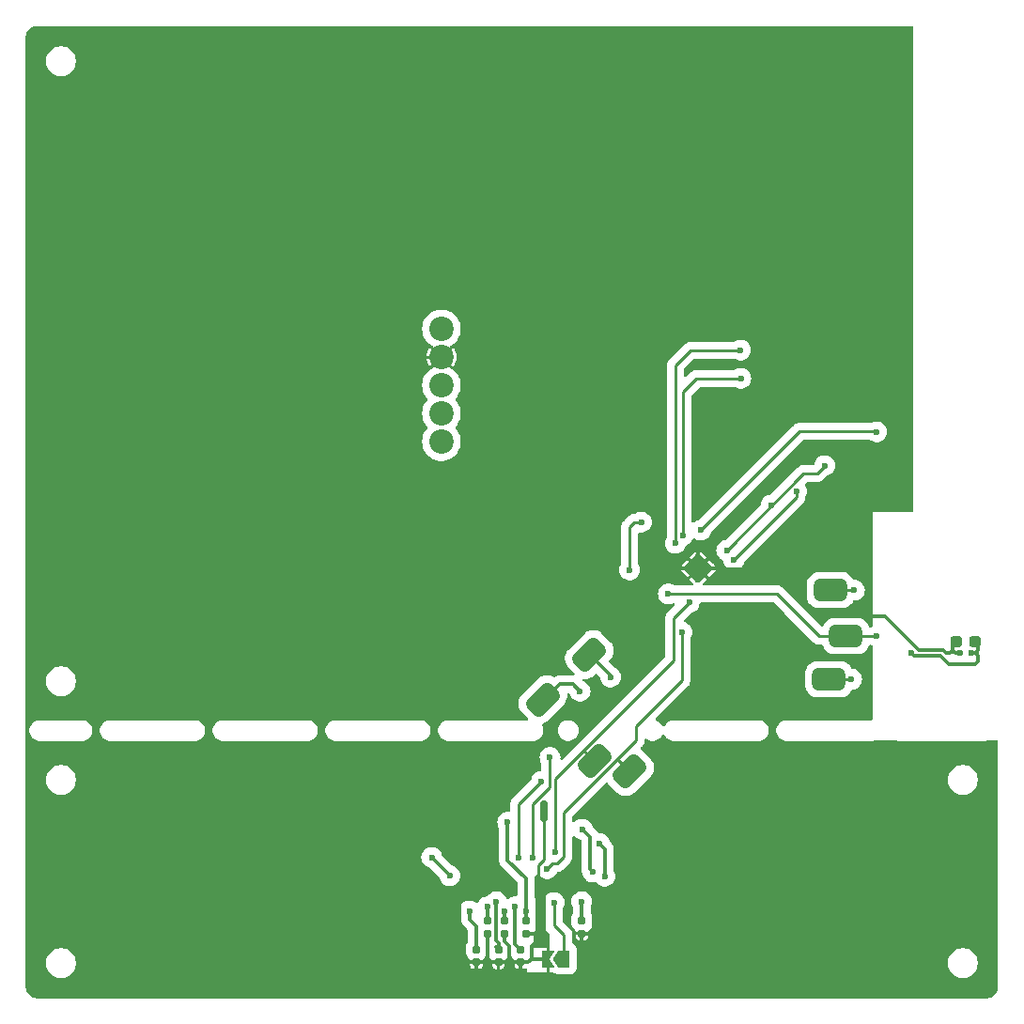
<source format=gbr>
%TF.GenerationSoftware,KiCad,Pcbnew,8.0.6-hq-2-g3d73d9976a*%
%TF.CreationDate,2024-12-20T20:58:28+08:00*%
%TF.ProjectId,DemoBoard_SensorForTemp&Rh_IntegratedWithMCU,44656d6f-426f-4617-9264-5f53656e736f,rev?*%
%TF.SameCoordinates,Original*%
%TF.FileFunction,Copper,L2,Bot*%
%TF.FilePolarity,Positive*%
%FSLAX46Y46*%
G04 Gerber Fmt 4.6, Leading zero omitted, Abs format (unit mm)*
G04 Created by KiCad (PCBNEW 8.0.6-hq-2-g3d73d9976a) date 2024-12-20 20:58:28*
%MOMM*%
%LPD*%
G01*
G04 APERTURE LIST*
G04 Aperture macros list*
%AMRoundRect*
0 Rectangle with rounded corners*
0 $1 Rounding radius*
0 $2 $3 $4 $5 $6 $7 $8 $9 X,Y pos of 4 corners*
0 Add a 4 corners polygon primitive as box body*
4,1,4,$2,$3,$4,$5,$6,$7,$8,$9,$2,$3,0*
0 Add four circle primitives for the rounded corners*
1,1,$1+$1,$2,$3*
1,1,$1+$1,$4,$5*
1,1,$1+$1,$6,$7*
1,1,$1+$1,$8,$9*
0 Add four rect primitives between the rounded corners*
20,1,$1+$1,$2,$3,$4,$5,0*
20,1,$1+$1,$4,$5,$6,$7,0*
20,1,$1+$1,$6,$7,$8,$9,0*
20,1,$1+$1,$8,$9,$2,$3,0*%
%AMFreePoly0*
4,1,6,1.000000,0.000000,0.500000,-0.750000,-0.500000,-0.750000,-0.500000,0.750000,0.500000,0.750000,1.000000,0.000000,1.000000,0.000000,$1*%
%AMFreePoly1*
4,1,6,0.500000,-0.750000,-0.650000,-0.750000,-0.150000,0.000000,-0.650000,0.750000,0.500000,0.750000,0.500000,-0.750000,0.500000,-0.750000,$1*%
G04 Aperture macros list end*
%TA.AperFunction,Conductor*%
%ADD10C,0.300000*%
%TD*%
%TA.AperFunction,Conductor*%
%ADD11C,0.254000*%
%TD*%
%TA.AperFunction,Conductor*%
%ADD12C,0.000000*%
%TD*%
%TA.AperFunction,ComponentPad*%
%ADD13C,2.200000*%
%TD*%
%TA.AperFunction,HeatsinkPad*%
%ADD14C,0.600000*%
%TD*%
%TA.AperFunction,SMDPad,CuDef*%
%ADD15RoundRect,0.250000X-1.060660X0.000000X0.000000X-1.060660X1.060660X0.000000X0.000000X1.060660X0*%
%TD*%
%TA.AperFunction,SMDPad,CuDef*%
%ADD16RoundRect,0.155000X0.155000X-0.212500X0.155000X0.212500X-0.155000X0.212500X-0.155000X-0.212500X0*%
%TD*%
%TA.AperFunction,SMDPad,CuDef*%
%ADD17RoundRect,0.500000X1.000000X0.500000X-1.000000X0.500000X-1.000000X-0.500000X1.000000X-0.500000X0*%
%TD*%
%TA.AperFunction,SMDPad,CuDef*%
%ADD18FreePoly0,180.000000*%
%TD*%
%TA.AperFunction,SMDPad,CuDef*%
%ADD19FreePoly1,180.000000*%
%TD*%
%TA.AperFunction,SMDPad,CuDef*%
%ADD20RoundRect,0.500000X0.353553X1.060660X-1.060660X-0.353553X-0.353553X-1.060660X1.060660X0.353553X0*%
%TD*%
%TA.AperFunction,SMDPad,CuDef*%
%ADD21RoundRect,0.237500X0.287500X0.237500X-0.287500X0.237500X-0.287500X-0.237500X0.287500X-0.237500X0*%
%TD*%
%TA.AperFunction,SMDPad,CuDef*%
%ADD22RoundRect,0.500000X-0.353553X-1.060660X1.060660X0.353553X0.353553X1.060660X-1.060660X-0.353553X0*%
%TD*%
%TA.AperFunction,SMDPad,CuDef*%
%ADD23RoundRect,0.500000X-1.000000X-0.500000X1.000000X-0.500000X1.000000X0.500000X-1.000000X0.500000X0*%
%TD*%
%TA.AperFunction,ViaPad*%
%ADD24C,0.600000*%
%TD*%
%TA.AperFunction,ViaPad*%
%ADD25C,1.500000*%
%TD*%
%TA.AperFunction,Conductor*%
%ADD26C,0.250000*%
%TD*%
%TA.AperFunction,Conductor*%
%ADD27C,0.635000*%
%TD*%
G04 APERTURE END LIST*
D10*
%TO.N,GND*%
X125730000Y-102870000D02*
X96520000Y-102870000D01*
%TA.AperFunction,Conductor*%
G36*
X95250000Y-100965000D02*
G01*
X97790000Y-100965000D01*
X97790000Y-104775000D01*
X95250000Y-104775000D01*
X95250000Y-100965000D01*
G37*
%TD.AperFunction*%
D11*
X123520200Y-132943600D02*
X123901200Y-133324600D01*
X123901200Y-134366000D01*
X122402600Y-134366000D01*
X122707400Y-133934200D01*
X122707400Y-133146800D01*
X122834400Y-133019800D01*
X122834400Y-129921000D01*
X123520200Y-129921000D01*
X123520200Y-132943600D01*
%TA.AperFunction,Conductor*%
G36*
X123520200Y-132943600D02*
G01*
X123901200Y-133324600D01*
X123901200Y-134366000D01*
X122402600Y-134366000D01*
X122707400Y-133934200D01*
X122707400Y-133146800D01*
X122834400Y-133019800D01*
X122834400Y-129921000D01*
X123520200Y-129921000D01*
X123520200Y-132943600D01*
G37*
%TD.AperFunction*%
%TA.AperFunction,Conductor*%
G36*
X124460000Y-100965000D02*
G01*
X127000000Y-100965000D01*
X127000000Y-104775000D01*
X124460000Y-104775000D01*
X124460000Y-100965000D01*
G37*
%TD.AperFunction*%
D12*
%TA.AperFunction,Conductor*%
G36*
X126060200Y-132588000D02*
G01*
X126365000Y-132943600D01*
X126390400Y-133096000D01*
X126034800Y-133019800D01*
X125323600Y-132232400D01*
X125831600Y-132232400D01*
X126060200Y-132588000D01*
G37*
%TD.AperFunction*%
%TA.AperFunction,Conductor*%
G36*
X160548000Y-107930000D02*
G01*
X160513000Y-108005000D01*
X160488000Y-108005000D01*
X160463000Y-107985000D01*
X160448000Y-107975000D01*
X160428000Y-107965000D01*
X160413000Y-107960000D01*
X160393000Y-107955000D01*
X160373000Y-107960000D01*
X160353000Y-107970000D01*
X160333000Y-107985000D01*
X160313000Y-108005000D01*
X160139490Y-107767324D01*
X160159490Y-107757324D01*
X160189490Y-107757324D01*
X160209490Y-107747324D01*
X160224490Y-107742324D01*
X160248000Y-107735000D01*
X160274490Y-107732324D01*
X160309490Y-107712324D01*
X160319490Y-107707324D01*
X160344490Y-107692324D01*
X160548000Y-107930000D01*
G37*
%TD.AperFunction*%
%TA.AperFunction,Conductor*%
%TO.N,Net-(U3-VDD)*%
G36*
X162748000Y-107855000D02*
G01*
X162723000Y-107885000D01*
X162703000Y-107916095D01*
X162693000Y-107936095D01*
X162688000Y-107956095D01*
X162693000Y-107976095D01*
X162698000Y-107991095D01*
X162708000Y-108011095D01*
X162718000Y-108026095D01*
X162738000Y-108055000D01*
X162738000Y-108076095D01*
X162663000Y-108111095D01*
X162425324Y-107907585D01*
X162440324Y-107882585D01*
X162445324Y-107872585D01*
X162465324Y-107837585D01*
X162468000Y-107811095D01*
X162475324Y-107787585D01*
X162480324Y-107772585D01*
X162490324Y-107752585D01*
X162490324Y-107722585D01*
X162500324Y-107702585D01*
X162748000Y-107855000D01*
G37*
%TD.AperFunction*%
%TA.AperFunction,Conductor*%
%TO.N,GND*%
G36*
X124460000Y-89535000D02*
G01*
X127000000Y-89535000D01*
X127000000Y-93345000D01*
X124460000Y-93345000D01*
X124460000Y-89535000D01*
G37*
%TD.AperFunction*%
%TD*%
D13*
%TO.P,TP7,1,1*%
%TO.N,GND*%
X114300000Y-81280000D03*
%TD*%
%TO.P,TP10,1,1*%
%TO.N,/HC32L110_QFN20/UART_TX*%
X114300000Y-86360000D03*
%TD*%
%TO.P,TP9,1,1*%
%TO.N,/HC32L110_QFN20/UART_RX*%
X114300000Y-88900000D03*
%TD*%
%TO.P,TP8,1,1*%
%TO.N,/E104-BT01/RST*%
X114300000Y-83820000D03*
%TD*%
D14*
%TO.P,U4,21,PAD*%
%TO.N,GND*%
X137440051Y-99340051D03*
X136450102Y-100330000D03*
X137440051Y-100330000D03*
D15*
X137440051Y-100330000D03*
D14*
X138430000Y-100330000D03*
X137440051Y-101319949D03*
%TD*%
D13*
%TO.P,TP6,1,1*%
%TO.N,VCC*%
X114300000Y-78740000D03*
%TD*%
D16*
%TO.P,C7,1*%
%TO.N,GND*%
X118440000Y-133231700D03*
%TO.P,C7,2*%
%TO.N,/E-Ink Driver/VSL*%
X118440000Y-132096700D03*
%TD*%
D17*
%TO.P,SCL,1*%
%TO.N,/SCL*%
X149352000Y-102285800D03*
%TD*%
D18*
%TO.P,JP3,1,A*%
%TO.N,/E-Ink Driver/RST*%
X125349000Y-135509000D03*
D19*
%TO.P,JP3,2,B*%
%TO.N,GND*%
X123899000Y-135509000D03*
%TD*%
D20*
%TO.P,SDA,1*%
%TO.N,/E-Ink Driver/nSDA*%
X127635000Y-108077000D03*
%TD*%
D21*
%TO.P,C3,1*%
%TO.N,Net-(U3-VDD)*%
X162419000Y-106944000D03*
%TO.P,C3,2*%
%TO.N,GND*%
X160669000Y-106944000D03*
%TD*%
D16*
%TO.P,C10,1*%
%TO.N,GND*%
X121440000Y-135822500D03*
%TO.P,C10,2*%
%TO.N,Net-(J3-Pin_18)*%
X121440000Y-134687500D03*
%TD*%
D20*
%TO.P,SCK,1*%
%TO.N,/E-Ink Driver/nSCK*%
X123444000Y-112141000D03*
%TD*%
D16*
%TO.P,C17,1*%
%TO.N,GND*%
X126940000Y-133231700D03*
%TO.P,C17,2*%
%TO.N,Net-(J3-Pin_5)*%
X126940000Y-132096700D03*
%TD*%
D22*
%TO.P,nCS,1*%
%TO.N,/E-Ink Driver/nCS*%
X131254500Y-118618000D03*
%TD*%
D16*
%TO.P,C9,1*%
%TO.N,GND*%
X119940000Y-133231700D03*
%TO.P,C9,2*%
%TO.N,/E-Ink Driver/VPP*%
X119940000Y-132096700D03*
%TD*%
D23*
%TO.P,SDA,1*%
%TO.N,/SDA*%
X149225000Y-110312200D03*
%TD*%
D16*
%TO.P,C8,1*%
%TO.N,GND*%
X119440000Y-135822500D03*
%TO.P,C8,2*%
%TO.N,/E-Ink Driver/VSH*%
X119440000Y-134687500D03*
%TD*%
D20*
%TO.P,BUSY,1*%
%TO.N,/E-Ink Driver/BUSY*%
X128079500Y-117665500D03*
%TD*%
D17*
%TO.P,SCL,1*%
%TO.N,VCC*%
X150749000Y-106426000D03*
%TD*%
D16*
%TO.P,C6,1*%
%TO.N,GND*%
X117440000Y-135822500D03*
%TO.P,C6,2*%
%TO.N,/E-Ink Driver/VCOM*%
X117440000Y-134687500D03*
%TD*%
%TO.P,C16,1*%
%TO.N,GND*%
X121940000Y-133231700D03*
%TO.P,C16,2*%
%TO.N,VCC*%
X121940000Y-132096700D03*
%TD*%
D24*
%TO.N,VCC*%
X153543000Y-106426000D03*
X134747000Y-102616000D03*
X132334000Y-96164400D03*
X120269000Y-123190000D03*
X121940000Y-131191000D03*
X131267200Y-100482400D03*
%TO.N,Net-(U3-VDD)*%
X162052000Y-107960000D03*
X156654500Y-107960000D03*
%TO.N,GND*%
X101600000Y-127000000D03*
X125412500Y-89852500D03*
X126047500Y-93027500D03*
D25*
X127000000Y-83820000D03*
D24*
X98107500Y-80962500D03*
X157480000Y-127000000D03*
X124777500Y-104457500D03*
X99060000Y-132080000D03*
X144780000Y-121920000D03*
X96202500Y-101282500D03*
X88900000Y-121920000D03*
X98107500Y-80327500D03*
X144780000Y-132080000D03*
X128270000Y-133667500D03*
X96520000Y-137160000D03*
X96520000Y-127000000D03*
X92938600Y-77724000D03*
X149860000Y-121920000D03*
D25*
X129540000Y-76200000D03*
D24*
X123507500Y-121602500D03*
X90551000Y-82296000D03*
X125412500Y-104457500D03*
X97155000Y-83566000D03*
D25*
X121920000Y-83820000D03*
X129540000Y-83820000D03*
D24*
X144780000Y-105410000D03*
X147320000Y-127000000D03*
X106680000Y-137160000D03*
X101600000Y-137160000D03*
X99060000Y-121920000D03*
X98107500Y-79057500D03*
X120523000Y-128397000D03*
X95567500Y-101282500D03*
X96202500Y-104457500D03*
D25*
X119380000Y-81280000D03*
D24*
X126682500Y-104457500D03*
D25*
X127000000Y-76200000D03*
D24*
X86360000Y-127000000D03*
X98107500Y-79692500D03*
X124777500Y-93027500D03*
D25*
X121920000Y-76200000D03*
D24*
X154940000Y-121920000D03*
X125412500Y-101282500D03*
X92202000Y-83566000D03*
X104140000Y-132080000D03*
X143510000Y-104140000D03*
D25*
X124460000Y-76200000D03*
D24*
X126047500Y-101282500D03*
X96837500Y-104457500D03*
X126047500Y-89852500D03*
X114935000Y-134937500D03*
X139700000Y-121920000D03*
X114935000Y-133032500D03*
X124333000Y-128574800D03*
X124777500Y-89852500D03*
X95567500Y-104457500D03*
X98107500Y-81597500D03*
X123507500Y-122872500D03*
X144145000Y-104775000D03*
X126034800Y-127686000D03*
X97472500Y-101282500D03*
X95588600Y-83566000D03*
X161036000Y-107960000D03*
X93980000Y-121920000D03*
X149860000Y-132080000D03*
X126047500Y-104457500D03*
X92202000Y-77724000D03*
X124777500Y-101282500D03*
X134620000Y-121920000D03*
X152400000Y-108585000D03*
X92964000Y-83566000D03*
D25*
X132080000Y-83820000D03*
D24*
X97472500Y-104457500D03*
X160020000Y-132080000D03*
X96837500Y-101282500D03*
X142240000Y-127000000D03*
D25*
X134620000Y-76200000D03*
X124460000Y-83820000D03*
D24*
X128270000Y-133032500D03*
X126682500Y-89852500D03*
X139700000Y-132080000D03*
X97155000Y-77724000D03*
X123507500Y-122237500D03*
X91440000Y-137160000D03*
X90551000Y-81534000D03*
D25*
X119380000Y-78740000D03*
D24*
X154940000Y-132080000D03*
X93726000Y-83566000D03*
X90551000Y-78994000D03*
X93980000Y-132080000D03*
X90551000Y-79756000D03*
X128270000Y-134937500D03*
X125412500Y-93027500D03*
X128270000Y-134302500D03*
X146050000Y-106680000D03*
X152400000Y-104140000D03*
X152400000Y-127000000D03*
X83820000Y-121920000D03*
X114935000Y-133667500D03*
X88900000Y-132080000D03*
X91440000Y-127000000D03*
X95631000Y-77724000D03*
X145415000Y-106045000D03*
X126682500Y-93027500D03*
X96393000Y-77724000D03*
X93726000Y-77724000D03*
X96393000Y-83566000D03*
D25*
X132080000Y-76200000D03*
D24*
X137160000Y-127000000D03*
X126682500Y-101282500D03*
X98107500Y-82232500D03*
D25*
X137160000Y-78740000D03*
D24*
X104140000Y-121920000D03*
X114935000Y-134302500D03*
%TO.N,/E-Ink Driver/VCOM*%
X116840000Y-131191000D03*
%TO.N,/E-Ink Driver/VSL*%
X118440000Y-130810000D03*
%TO.N,/E-Ink Driver/VSH*%
X119253000Y-130378200D03*
%TO.N,/E-Ink Driver/VPP*%
X119940000Y-131191000D03*
%TO.N,Net-(J3-Pin_18)*%
X120929400Y-130810000D03*
%TO.N,/E104-BT01/RST*%
X137668000Y-96883952D03*
X153517600Y-88036400D03*
%TO.N,Net-(J3-Pin_5)*%
X126940000Y-130378200D03*
%TO.N,/E-Ink Driver/PREVGH*%
X113420958Y-126374958D03*
X115062000Y-128016000D03*
%TO.N,/E-Ink Driver/BUSY*%
X136620250Y-103409750D03*
X124587000Y-125920500D03*
%TO.N,/E-Ink Driver/nSDA*%
X121285000Y-126365000D03*
X129540000Y-110109000D03*
X123317000Y-119507000D03*
%TO.N,/E-Ink Driver/RST*%
X124460000Y-130429000D03*
%TO.N,/E-Ink Driver/RESE*%
X127940000Y-127686000D03*
X127000000Y-123825000D03*
%TO.N,/E-Ink Driver/nSCK*%
X124079000Y-117348000D03*
X126790450Y-111398050D03*
X122555000Y-126365000D03*
%TO.N,/E-Ink Driver/GDR*%
X128524000Y-125095000D03*
X129032000Y-128079500D03*
%TO.N,/E-Ink Driver/nCS*%
X135966200Y-106070400D03*
X123825000Y-127381000D03*
%TO.N,/SDA*%
X151257000Y-110312200D03*
%TO.N,/SCL*%
X151511000Y-102285800D03*
%TO.N,/E104-BT01/TX*%
X140004800Y-98704400D03*
X148835190Y-91067810D03*
X144018000Y-94615000D03*
%TO.N,/E104-BT01/WKP*%
X141274800Y-83185000D03*
X136093200Y-97332800D03*
%TO.N,/E104-BT01/DATA*%
X141249400Y-80645000D03*
X135382000Y-98069400D03*
%TO.N,/E104-BT01/DISC*%
X140665200Y-99568000D03*
X146304000Y-93370400D03*
%TD*%
D26*
%TO.N,VCC*%
X146050000Y-104140000D02*
X148336000Y-106426000D01*
D10*
X121920000Y-128270000D02*
X120269000Y-126619000D01*
D26*
X131267200Y-96596200D02*
X131267200Y-100482400D01*
D10*
X121940000Y-131191000D02*
X121940000Y-132096700D01*
D26*
X132334000Y-96164400D02*
X131699000Y-96164400D01*
D10*
X121940000Y-131191000D02*
X121920000Y-131191000D01*
X120269000Y-126619000D02*
X120269000Y-123190000D01*
D26*
X134747000Y-102616000D02*
X144526000Y-102616000D01*
X144526000Y-102616000D02*
X146050000Y-104140000D01*
X148336000Y-106426000D02*
X153543000Y-106426000D01*
X131699000Y-96164400D02*
X131267200Y-96596200D01*
D10*
X121920000Y-131191000D02*
X121920000Y-128270000D01*
%TO.N,Net-(U3-VDD)*%
X162687000Y-108214000D02*
X162433000Y-107960000D01*
X162433000Y-108976000D02*
X162687000Y-108722000D01*
X162687000Y-106970500D02*
X162406500Y-106690000D01*
X159429054Y-108385054D02*
X160020000Y-108976000D01*
X159258000Y-108206000D02*
X159429054Y-108377054D01*
X162052000Y-107960000D02*
X162433000Y-107960000D01*
X156654500Y-107960000D02*
X156900500Y-108206000D01*
X162687000Y-108722000D02*
X162687000Y-108214000D01*
X159429054Y-108377054D02*
X159429054Y-108385054D01*
X160020000Y-108976000D02*
X162433000Y-108976000D01*
X162687000Y-107706000D02*
X162687000Y-106970500D01*
X156900500Y-108206000D02*
X159258000Y-108206000D01*
X162433000Y-107960000D02*
X162687000Y-107706000D01*
D26*
%TO.N,GND*%
X143637000Y-100330000D02*
X138430000Y-100330000D01*
X114935000Y-133032500D02*
X114935000Y-133667500D01*
D10*
X117440000Y-135822500D02*
X118491000Y-135822500D01*
D26*
X98107500Y-81597500D02*
X98107500Y-80962500D01*
X98107500Y-80327500D02*
X98107500Y-79692500D01*
X114935000Y-133667500D02*
X115951000Y-133667500D01*
D10*
X160147000Y-107960000D02*
X160401000Y-107706000D01*
D26*
X124396500Y-137414000D02*
X123899000Y-136916500D01*
X123899000Y-135509000D02*
X123899000Y-133360500D01*
D10*
X159512000Y-107706000D02*
X159766000Y-107960000D01*
D26*
X114935000Y-134302500D02*
X115951000Y-134302500D01*
D10*
X157861000Y-107706000D02*
X159512000Y-107706000D01*
X154305000Y-104648000D02*
X157353000Y-107696000D01*
D26*
X99695000Y-80835500D02*
X99695000Y-80010000D01*
D10*
X159766000Y-107960000D02*
X160147000Y-107960000D01*
D26*
X126428500Y-137414000D02*
X124396500Y-137414000D01*
X114935000Y-134302500D02*
X114935000Y-134937500D01*
X124091700Y-128574800D02*
X124333000Y-128574800D01*
D10*
X120396000Y-134366000D02*
X120396000Y-135822500D01*
X121940000Y-133231700D02*
X121940000Y-133243000D01*
D26*
X98107500Y-82232500D02*
X98107500Y-81597500D01*
D10*
X118440000Y-133231700D02*
X118440000Y-135771500D01*
D26*
X127698500Y-133032500D02*
X128270000Y-133032500D01*
D10*
X160401000Y-106970500D02*
X160681500Y-106690000D01*
X160401000Y-107706000D02*
X160401000Y-106970500D01*
D26*
X99695000Y-80010000D02*
X99377500Y-79692500D01*
X125412500Y-93027500D02*
X126047500Y-93027500D01*
X124777500Y-104457500D02*
X125412500Y-104457500D01*
X115951000Y-128968500D02*
X115951000Y-135255000D01*
D10*
X123899000Y-135509000D02*
X122428000Y-135509000D01*
D26*
X125412500Y-104457500D02*
X126047500Y-104457500D01*
X124333000Y-128574800D02*
X125488700Y-128574800D01*
X126682500Y-93027500D02*
X126682500Y-101282500D01*
X126047500Y-101282500D02*
X126682500Y-101282500D01*
X114935000Y-134937500D02*
X115951000Y-134937500D01*
X98107500Y-80962500D02*
X98107500Y-80327500D01*
X148844000Y-104648000D02*
X147955000Y-104648000D01*
X122999500Y-127063500D02*
X122999500Y-128651000D01*
D10*
X119940000Y-133910000D02*
X120396000Y-134366000D01*
D26*
X98107500Y-79692500D02*
X98107500Y-79057500D01*
X126940000Y-133231700D02*
X127499300Y-133231700D01*
X99377500Y-79692500D02*
X98107500Y-79692500D01*
X136450102Y-100330000D02*
X138430000Y-100330000D01*
D10*
X122114500Y-135822500D02*
X121440000Y-135822500D01*
D26*
X114300000Y-81280000D02*
X100139500Y-81280000D01*
X116518500Y-135822500D02*
X117440000Y-135822500D01*
X114935000Y-133667500D02*
X114935000Y-134302500D01*
D10*
X118491000Y-135822500D02*
X120396000Y-135822500D01*
D26*
X137440051Y-99340051D02*
X137440051Y-101319949D01*
X124777500Y-93027500D02*
X125412500Y-93027500D01*
X126940000Y-133231700D02*
X126940000Y-136902500D01*
X125412500Y-89852500D02*
X124777500Y-89852500D01*
X126047500Y-93027500D02*
X126682500Y-93027500D01*
X122999500Y-128651000D02*
X123507500Y-129159000D01*
X147955000Y-104648000D02*
X143637000Y-100330000D01*
X120523000Y-128397000D02*
X116522500Y-128397000D01*
D10*
X161036000Y-107960000D02*
X160655000Y-107960000D01*
X122859800Y-133426200D02*
X122665300Y-133231700D01*
X157353000Y-107696000D02*
X157851000Y-107696000D01*
D26*
X125488700Y-128574800D02*
X126034800Y-128028700D01*
D10*
X122428000Y-134366000D02*
X122428000Y-135509000D01*
D26*
X127499300Y-133231700D02*
X127698500Y-133032500D01*
D10*
X122809000Y-133985000D02*
X122428000Y-134366000D01*
X148844000Y-104648000D02*
X154305000Y-104648000D01*
D26*
X126034800Y-128028700D02*
X126034800Y-127686000D01*
D10*
X122809000Y-133985000D02*
X122859800Y-133934200D01*
D26*
X126940000Y-136902500D02*
X126428500Y-137414000D01*
X123899000Y-133360500D02*
X123507500Y-132969000D01*
X123507500Y-126555500D02*
X122999500Y-127063500D01*
D27*
X123507500Y-121602500D02*
X123507500Y-122872500D01*
D26*
X128270000Y-133032500D02*
X128270000Y-134937500D01*
X100139500Y-81280000D02*
X99695000Y-80835500D01*
X126047500Y-89852500D02*
X125412500Y-89852500D01*
D10*
X122859800Y-133934200D02*
X122859800Y-133426200D01*
X120396000Y-135822500D02*
X121440000Y-135822500D01*
D26*
X123507500Y-122872500D02*
X123507500Y-126555500D01*
D10*
X119940000Y-133231700D02*
X119940000Y-133910000D01*
X122665300Y-133231700D02*
X121940000Y-133231700D01*
D26*
X124777500Y-101282500D02*
X125412500Y-101282500D01*
X116522500Y-128397000D02*
X115951000Y-128968500D01*
X126047500Y-104457500D02*
X126682500Y-104457500D01*
X123507500Y-129159000D02*
X124091700Y-128574800D01*
X115951000Y-135255000D02*
X116518500Y-135822500D01*
X123899000Y-136916500D02*
X123899000Y-135509000D01*
D10*
X122428000Y-135509000D02*
X122114500Y-135822500D01*
D26*
X114935000Y-133032500D02*
X115951000Y-133032500D01*
D10*
X157851000Y-107696000D02*
X157861000Y-107706000D01*
X160655000Y-107960000D02*
X160401000Y-107706000D01*
D26*
X125412500Y-101282500D02*
X126047500Y-101282500D01*
X123507500Y-132969000D02*
X123507500Y-129159000D01*
X126682500Y-89852500D02*
X126047500Y-89852500D01*
D10*
%TO.N,/E-Ink Driver/VCOM*%
X116840000Y-131953000D02*
X117440000Y-132553000D01*
X116840000Y-131191000D02*
X116840000Y-131953000D01*
X117440000Y-132553000D02*
X117440000Y-134687500D01*
%TO.N,/E-Ink Driver/VSL*%
X118440000Y-132096700D02*
X118440000Y-130810000D01*
%TO.N,/E-Ink Driver/VSH*%
X119189500Y-134437000D02*
X119440000Y-134687500D01*
X119176800Y-133832600D02*
X119440000Y-134095800D01*
X119253000Y-130378200D02*
X119176800Y-130454400D01*
X119176800Y-130454400D02*
X119176800Y-133832600D01*
X119440000Y-134095800D02*
X119440000Y-134687500D01*
%TO.N,/E-Ink Driver/VPP*%
X119940000Y-131191000D02*
X119940000Y-132096700D01*
%TO.N,Net-(J3-Pin_18)*%
X120929400Y-134176900D02*
X121440000Y-134687500D01*
X120929400Y-130810000D02*
X120929400Y-134176900D01*
D26*
%TO.N,/E104-BT01/RST*%
X153466800Y-87985600D02*
X146566352Y-87985600D01*
X153517600Y-88036400D02*
X153466800Y-87985600D01*
X146566352Y-87985600D02*
X137668000Y-96883952D01*
D10*
%TO.N,Net-(J3-Pin_5)*%
X126940000Y-130378200D02*
X126940000Y-132096700D01*
%TO.N,/E-Ink Driver/PREVGH*%
X113420958Y-126374958D02*
X115062000Y-128016000D01*
D26*
%TO.N,/E-Ink Driver/BUSY*%
X127127000Y-116713000D02*
X124587000Y-119253000D01*
X135255000Y-108585000D02*
X127127000Y-116713000D01*
X136620250Y-103409750D02*
X135255000Y-104775000D01*
X128079500Y-117665500D02*
X127127000Y-116713000D01*
X124587000Y-119253000D02*
X124587000Y-125920500D01*
X135255000Y-104775000D02*
X135255000Y-108585000D01*
D10*
%TO.N,/E-Ink Driver/nSDA*%
X129540000Y-109982000D02*
X129540000Y-110109000D01*
D26*
X121285000Y-126365000D02*
X121285000Y-121539000D01*
D10*
X129540000Y-109982000D02*
X128016000Y-108458000D01*
D26*
X121285000Y-121539000D02*
X123317000Y-119507000D01*
%TO.N,/E-Ink Driver/RST*%
X125349000Y-133350000D02*
X124587000Y-132588000D01*
X124587000Y-132588000D02*
X124460000Y-132461000D01*
X125349000Y-135509000D02*
X125349000Y-133350000D01*
X124460000Y-132461000D02*
X124460000Y-130429000D01*
D10*
%TO.N,/E-Ink Driver/RESE*%
X127940000Y-127686000D02*
X127711200Y-127457200D01*
X127711200Y-127457200D02*
X127711200Y-124536200D01*
X127711200Y-124536200D02*
X127000000Y-123825000D01*
D26*
%TO.N,/E-Ink Driver/nSCK*%
X124079000Y-120078500D02*
X122555000Y-121602500D01*
X124079000Y-117348000D02*
X124079000Y-120078500D01*
D10*
X126136400Y-110744000D02*
X126790450Y-111398050D01*
X124968000Y-110744000D02*
X123444000Y-112268000D01*
D26*
X122555000Y-121602500D02*
X122555000Y-126365000D01*
D10*
X126136400Y-110744000D02*
X124968000Y-110744000D01*
%TO.N,/E-Ink Driver/GDR*%
X129032000Y-128079500D02*
X129032000Y-125603000D01*
X129032000Y-125603000D02*
X128524000Y-125095000D01*
D26*
%TO.N,/E-Ink Driver/nCS*%
X124269500Y-126936500D02*
X123825000Y-127381000D01*
X131826000Y-115824000D02*
X125349000Y-122301000D01*
X135953500Y-110426500D02*
X131826000Y-114554000D01*
X131826000Y-114554000D02*
X131826000Y-115824000D01*
X125349000Y-122301000D02*
X125349000Y-126301500D01*
X135966200Y-106070400D02*
X135953500Y-106083100D01*
X131254500Y-118618000D02*
X130143250Y-117506750D01*
X124714000Y-126936500D02*
X124269500Y-126936500D01*
X135953500Y-106083100D02*
X135953500Y-110426500D01*
X125349000Y-126301500D02*
X124714000Y-126936500D01*
%TO.N,/SDA*%
X151257000Y-110312200D02*
X149225000Y-110312200D01*
%TO.N,/SCL*%
X151511000Y-102285800D02*
X149352000Y-102285800D01*
%TO.N,/E104-BT01/TX*%
X148132800Y-91770200D02*
X148835190Y-91067810D01*
X140004800Y-98704400D02*
X146939000Y-91770200D01*
X146939000Y-91770200D02*
X148132800Y-91770200D01*
%TO.N,/E104-BT01/WKP*%
X136093200Y-84378800D02*
X136093200Y-97332800D01*
X141274800Y-83185000D02*
X137287000Y-83185000D01*
X137287000Y-83185000D02*
X136093200Y-84378800D01*
%TO.N,/E104-BT01/DATA*%
X135382000Y-98069400D02*
X135382000Y-82042000D01*
X136779000Y-80645000D02*
X141249400Y-80645000D01*
X135382000Y-82042000D02*
X136779000Y-80645000D01*
%TO.N,/E104-BT01/DISC*%
X146304000Y-93929200D02*
X146304000Y-93370400D01*
X140665200Y-99568000D02*
X146304000Y-93929200D01*
%TD*%
%TA.AperFunction,Conductor*%
%TO.N,GND*%
G36*
X156787121Y-51455002D02*
G01*
X156833614Y-51508658D01*
X156845000Y-51561000D01*
X156845000Y-69388245D01*
X156837266Y-69427132D01*
X156838024Y-69427335D01*
X156835887Y-69435310D01*
X156835886Y-69435312D01*
X156812000Y-69524456D01*
X156812000Y-69616744D01*
X156835886Y-69705888D01*
X156838024Y-69713866D01*
X156837263Y-69714069D01*
X156845000Y-69752953D01*
X156845000Y-95193450D01*
X156829227Y-95218483D01*
X156764912Y-95248552D01*
X156745866Y-95250000D01*
X153162000Y-95250000D01*
X153162000Y-105489774D01*
X153141998Y-105557895D01*
X153088342Y-105604388D01*
X153087252Y-105604879D01*
X153072677Y-105611368D01*
X153031291Y-105641437D01*
X152964423Y-105665295D01*
X152957231Y-105665500D01*
X152955258Y-105665500D01*
X152887137Y-105645498D01*
X152840644Y-105591842D01*
X152836072Y-105580014D01*
X152816526Y-105534369D01*
X152750138Y-105379337D01*
X152628589Y-105199750D01*
X152628588Y-105199749D01*
X152628586Y-105199746D01*
X152475253Y-105046413D01*
X152295666Y-104924864D01*
X152295665Y-104924863D01*
X152295663Y-104924862D01*
X152096317Y-104839498D01*
X152096316Y-104839497D01*
X152096312Y-104839496D01*
X152096313Y-104839496D01*
X151884422Y-104793402D01*
X151884423Y-104793402D01*
X151835707Y-104790500D01*
X151835704Y-104790500D01*
X149662296Y-104790500D01*
X149662292Y-104790500D01*
X149613576Y-104793402D01*
X149401686Y-104839496D01*
X149259430Y-104900413D01*
X149202337Y-104924862D01*
X149202335Y-104924862D01*
X149202333Y-104924864D01*
X149022746Y-105046413D01*
X148869413Y-105199746D01*
X148747864Y-105379333D01*
X148706306Y-105476380D01*
X148661103Y-105531127D01*
X148593477Y-105552744D01*
X148524900Y-105534369D01*
X148501384Y-105515875D01*
X146645129Y-103659620D01*
X146645120Y-103659610D01*
X146283211Y-103297701D01*
X145123901Y-102138392D01*
X145123890Y-102138379D01*
X145010796Y-102025285D01*
X145010790Y-102025280D01*
X144969459Y-101997663D01*
X144886232Y-101942053D01*
X144747830Y-101884725D01*
X144600906Y-101855500D01*
X144600903Y-101855500D01*
X137992164Y-101855500D01*
X137924043Y-101835498D01*
X137877550Y-101781842D01*
X137867446Y-101711568D01*
X137873144Y-101699092D01*
X147216500Y-101699092D01*
X147216500Y-102872507D01*
X147219402Y-102921223D01*
X147265496Y-103133113D01*
X147289946Y-103190210D01*
X147350862Y-103332463D01*
X147350863Y-103332465D01*
X147350864Y-103332466D01*
X147472413Y-103512053D01*
X147625746Y-103665386D01*
X147625749Y-103665388D01*
X147625750Y-103665389D01*
X147805337Y-103786938D01*
X148004683Y-103872302D01*
X148004686Y-103872302D01*
X148004687Y-103872303D01*
X148004686Y-103872303D01*
X148158925Y-103905855D01*
X148216581Y-103918398D01*
X148265296Y-103921300D01*
X148265312Y-103921300D01*
X150438688Y-103921300D01*
X150438704Y-103921300D01*
X150487419Y-103918398D01*
X150593368Y-103895350D01*
X150699313Y-103872303D01*
X150699313Y-103872302D01*
X150699317Y-103872302D01*
X150898663Y-103786938D01*
X151078250Y-103665389D01*
X151231589Y-103512050D01*
X151353138Y-103332463D01*
X151353140Y-103332459D01*
X151368024Y-103297701D01*
X151413226Y-103242954D01*
X151480851Y-103221336D01*
X151483851Y-103221300D01*
X151609325Y-103221300D01*
X151801678Y-103180414D01*
X151981327Y-103100429D01*
X152140420Y-102984841D01*
X152272004Y-102838702D01*
X152370329Y-102668398D01*
X152431097Y-102481373D01*
X152451653Y-102285800D01*
X152431097Y-102090227D01*
X152409995Y-102025281D01*
X152370331Y-101903207D01*
X152370327Y-101903199D01*
X152272005Y-101732899D01*
X152272003Y-101732897D01*
X152140422Y-101586760D01*
X151981327Y-101471171D01*
X151801678Y-101391186D01*
X151609325Y-101350300D01*
X151483850Y-101350300D01*
X151415729Y-101330298D01*
X151369236Y-101276642D01*
X151368056Y-101273975D01*
X151353138Y-101239137D01*
X151231589Y-101059550D01*
X151231587Y-101059548D01*
X151231585Y-101059545D01*
X151078253Y-100906213D01*
X150898666Y-100784664D01*
X150898665Y-100784663D01*
X150898663Y-100784662D01*
X150699317Y-100699298D01*
X150699316Y-100699297D01*
X150699312Y-100699296D01*
X150699313Y-100699296D01*
X150487422Y-100653202D01*
X150487423Y-100653202D01*
X150438707Y-100650300D01*
X150438704Y-100650300D01*
X148265296Y-100650300D01*
X148265292Y-100650300D01*
X148216576Y-100653202D01*
X148004686Y-100699296D01*
X147878696Y-100753248D01*
X147805337Y-100784662D01*
X147805335Y-100784662D01*
X147805333Y-100784664D01*
X147625746Y-100906213D01*
X147472413Y-101059546D01*
X147350864Y-101239133D01*
X147350862Y-101239135D01*
X147350862Y-101239137D01*
X147326413Y-101296230D01*
X147265496Y-101438486D01*
X147219402Y-101650376D01*
X147216500Y-101699092D01*
X137873144Y-101699092D01*
X137896940Y-101646988D01*
X137903068Y-101640405D01*
X138220695Y-101322777D01*
X138220695Y-101322776D01*
X137590051Y-100692132D01*
X137590051Y-101290112D01*
X137567215Y-101234981D01*
X137525019Y-101192785D01*
X137469888Y-101169949D01*
X137410214Y-101169949D01*
X137355083Y-101192785D01*
X137312887Y-101234981D01*
X137290051Y-101290112D01*
X137290051Y-100692132D01*
X137290050Y-100692131D01*
X136659406Y-101322776D01*
X136977034Y-101640404D01*
X137011059Y-101702717D01*
X137005995Y-101773532D01*
X136963448Y-101830368D01*
X136896928Y-101855179D01*
X136887939Y-101855500D01*
X135332769Y-101855500D01*
X135264648Y-101835498D01*
X135258708Y-101831436D01*
X135217327Y-101801371D01*
X135037678Y-101721386D01*
X134845325Y-101680500D01*
X134648675Y-101680500D01*
X134456324Y-101721385D01*
X134276669Y-101801373D01*
X134117577Y-101916960D01*
X133985996Y-102063097D01*
X133985994Y-102063099D01*
X133887672Y-102233399D01*
X133887668Y-102233407D01*
X133826904Y-102420421D01*
X133806347Y-102616000D01*
X133826904Y-102811578D01*
X133887668Y-102998592D01*
X133887672Y-102998600D01*
X133985994Y-103168900D01*
X133985996Y-103168902D01*
X134117577Y-103315039D01*
X134117580Y-103315041D01*
X134276673Y-103430629D01*
X134456322Y-103510614D01*
X134648675Y-103551500D01*
X134845325Y-103551500D01*
X135037678Y-103510614D01*
X135148810Y-103461134D01*
X135219175Y-103451700D01*
X135283472Y-103481806D01*
X135321286Y-103541894D01*
X135320611Y-103612888D01*
X135289154Y-103665336D01*
X135167555Y-103786935D01*
X134770212Y-104184278D01*
X134770209Y-104184281D01*
X134730112Y-104224378D01*
X134664280Y-104290209D01*
X134581053Y-104414768D01*
X134523727Y-104553164D01*
X134523725Y-104553169D01*
X134494500Y-104700093D01*
X134494500Y-108217800D01*
X134474498Y-108285921D01*
X134457595Y-108306895D01*
X126642209Y-116122281D01*
X125224641Y-117539848D01*
X125162329Y-117573874D01*
X125091513Y-117568809D01*
X125034678Y-117526262D01*
X125009867Y-117459742D01*
X125010235Y-117437597D01*
X125019653Y-117348000D01*
X124999097Y-117152427D01*
X124938329Y-116965402D01*
X124840004Y-116795098D01*
X124829074Y-116782959D01*
X124708422Y-116648960D01*
X124549327Y-116533371D01*
X124369678Y-116453386D01*
X124177325Y-116412500D01*
X123980675Y-116412500D01*
X123788324Y-116453385D01*
X123608669Y-116533373D01*
X123449577Y-116648960D01*
X123317996Y-116795097D01*
X123317994Y-116795099D01*
X123219672Y-116965399D01*
X123219668Y-116965407D01*
X123158904Y-117152421D01*
X123158903Y-117152425D01*
X123158903Y-117152427D01*
X123138347Y-117348000D01*
X123158511Y-117539848D01*
X123158904Y-117543578D01*
X123219668Y-117730592D01*
X123219671Y-117730599D01*
X123301619Y-117872536D01*
X123318500Y-117935536D01*
X123318500Y-118448248D01*
X123298498Y-118516369D01*
X123244842Y-118562862D01*
X123218697Y-118571495D01*
X123026324Y-118612385D01*
X122846669Y-118692373D01*
X122687577Y-118807960D01*
X122555996Y-118954097D01*
X122555994Y-118954099D01*
X122457672Y-119124399D01*
X122457668Y-119124407D01*
X122396903Y-119311422D01*
X122396902Y-119311430D01*
X122396848Y-119311946D01*
X122396733Y-119312223D01*
X122395532Y-119317879D01*
X122394496Y-119317658D01*
X122369827Y-119377599D01*
X122360635Y-119387854D01*
X121488698Y-120259792D01*
X120800212Y-120948278D01*
X120800209Y-120948281D01*
X120750180Y-120998310D01*
X120694280Y-121054209D01*
X120611053Y-121178768D01*
X120553727Y-121317164D01*
X120553725Y-121317169D01*
X120524500Y-121464093D01*
X120524500Y-122132311D01*
X120504498Y-122200432D01*
X120450842Y-122246925D01*
X120380568Y-122257029D01*
X120372305Y-122255558D01*
X120367327Y-122254500D01*
X120367325Y-122254500D01*
X120170675Y-122254500D01*
X119978324Y-122295385D01*
X119798669Y-122375373D01*
X119639577Y-122490960D01*
X119507996Y-122637097D01*
X119507994Y-122637099D01*
X119409672Y-122807399D01*
X119409668Y-122807407D01*
X119348904Y-122994421D01*
X119348903Y-122994425D01*
X119348903Y-122994427D01*
X119347227Y-123010373D01*
X119328347Y-123190000D01*
X119348904Y-123385578D01*
X119409668Y-123572592D01*
X119409671Y-123572599D01*
X119466619Y-123671234D01*
X119483500Y-123734234D01*
X119483500Y-126696367D01*
X119495672Y-126757558D01*
X119513686Y-126848122D01*
X119572899Y-126991074D01*
X119658862Y-127119727D01*
X119658864Y-127119729D01*
X121097595Y-128558460D01*
X121131621Y-128620772D01*
X121134500Y-128647555D01*
X121134500Y-129748500D01*
X121114498Y-129816621D01*
X121060842Y-129863114D01*
X121008500Y-129874500D01*
X120831075Y-129874500D01*
X120638724Y-129915385D01*
X120459070Y-129995372D01*
X120318792Y-130097290D01*
X120251924Y-130121148D01*
X120182773Y-130105067D01*
X120133293Y-130054152D01*
X120124901Y-130034296D01*
X120112329Y-129995602D01*
X120043334Y-129876099D01*
X120014005Y-129825299D01*
X120014003Y-129825297D01*
X119882422Y-129679160D01*
X119723327Y-129563571D01*
X119543678Y-129483586D01*
X119351325Y-129442700D01*
X119154675Y-129442700D01*
X118962324Y-129483585D01*
X118782669Y-129563573D01*
X118623577Y-129679160D01*
X118487577Y-129830205D01*
X118485961Y-129828750D01*
X118437751Y-129865919D01*
X118392048Y-129874500D01*
X118341675Y-129874500D01*
X118149324Y-129915385D01*
X117969669Y-129995373D01*
X117810577Y-130110960D01*
X117678996Y-130257097D01*
X117678994Y-130257099D01*
X117591505Y-130408635D01*
X117540122Y-130457628D01*
X117470409Y-130471064D01*
X117408325Y-130447571D01*
X117354734Y-130408635D01*
X117310327Y-130376371D01*
X117130678Y-130296386D01*
X116938325Y-130255500D01*
X116741675Y-130255500D01*
X116549324Y-130296385D01*
X116369669Y-130376373D01*
X116210577Y-130491960D01*
X116078996Y-130638097D01*
X116078994Y-130638099D01*
X115980672Y-130808399D01*
X115980668Y-130808407D01*
X115919904Y-130995421D01*
X115919903Y-130995425D01*
X115919903Y-130995427D01*
X115899347Y-131191000D01*
X115917690Y-131365521D01*
X115919904Y-131386578D01*
X115980668Y-131573592D01*
X115980671Y-131573599D01*
X116037619Y-131672234D01*
X116054500Y-131735234D01*
X116054500Y-131875635D01*
X116054500Y-132030365D01*
X116084686Y-132182122D01*
X116143899Y-132325074D01*
X116229862Y-132453727D01*
X116229864Y-132453729D01*
X116617595Y-132841460D01*
X116651621Y-132903772D01*
X116654500Y-132930555D01*
X116654500Y-133956321D01*
X116635188Y-134023356D01*
X116568276Y-134129846D01*
X116543539Y-134200542D01*
X116509443Y-134297984D01*
X116494500Y-134430606D01*
X116494500Y-134944394D01*
X116509443Y-135077016D01*
X116509444Y-135077018D01*
X116568277Y-135245155D01*
X116568278Y-135245157D01*
X116663050Y-135395986D01*
X116663052Y-135395989D01*
X116789010Y-135521947D01*
X116789012Y-135521948D01*
X116789013Y-135521949D01*
X116817035Y-135539556D01*
X116864073Y-135592734D01*
X116876000Y-135646244D01*
X116876000Y-135672500D01*
X117080394Y-135672500D01*
X117100946Y-135674815D01*
X117100952Y-135674764D01*
X117107981Y-135675556D01*
X117107984Y-135675557D01*
X117220732Y-135688260D01*
X117240605Y-135690500D01*
X117240606Y-135690500D01*
X117639395Y-135690500D01*
X117659267Y-135688260D01*
X117772016Y-135675557D01*
X117772018Y-135675556D01*
X117779048Y-135674764D01*
X117779053Y-135674815D01*
X117799606Y-135672500D01*
X118004000Y-135672500D01*
X118004000Y-135646244D01*
X118024002Y-135578123D01*
X118062963Y-135539557D01*
X118090987Y-135521949D01*
X118216949Y-135395987D01*
X118311723Y-135245155D01*
X118321071Y-135218437D01*
X118362448Y-135160748D01*
X118428448Y-135134585D01*
X118498116Y-135148257D01*
X118549332Y-135197424D01*
X118558926Y-135218431D01*
X118568277Y-135245155D01*
X118568278Y-135245157D01*
X118568279Y-135245159D01*
X118663050Y-135395986D01*
X118663052Y-135395989D01*
X118789010Y-135521947D01*
X118789012Y-135521948D01*
X118789013Y-135521949D01*
X118817035Y-135539556D01*
X118864073Y-135592734D01*
X118876000Y-135646244D01*
X118876000Y-135672500D01*
X119080394Y-135672500D01*
X119100946Y-135674815D01*
X119100952Y-135674764D01*
X119107981Y-135675556D01*
X119107984Y-135675557D01*
X119220732Y-135688260D01*
X119240605Y-135690500D01*
X119240606Y-135690500D01*
X119639395Y-135690500D01*
X119659267Y-135688260D01*
X119772016Y-135675557D01*
X119772018Y-135675556D01*
X119779048Y-135674764D01*
X119779053Y-135674815D01*
X119799606Y-135672500D01*
X120004000Y-135672500D01*
X120004000Y-135646244D01*
X120024002Y-135578123D01*
X120062963Y-135539557D01*
X120090987Y-135521949D01*
X120216949Y-135395987D01*
X120311723Y-135245155D01*
X120321071Y-135218437D01*
X120362448Y-135160748D01*
X120428448Y-135134585D01*
X120498116Y-135148257D01*
X120549332Y-135197424D01*
X120558926Y-135218431D01*
X120568277Y-135245155D01*
X120568278Y-135245157D01*
X120568279Y-135245159D01*
X120663050Y-135395986D01*
X120663052Y-135395989D01*
X120789010Y-135521947D01*
X120789012Y-135521948D01*
X120789013Y-135521949D01*
X120817035Y-135539556D01*
X120864073Y-135592734D01*
X120876000Y-135646244D01*
X120876000Y-135672500D01*
X121080394Y-135672500D01*
X121100946Y-135674815D01*
X121100952Y-135674764D01*
X121107981Y-135675556D01*
X121107984Y-135675557D01*
X121220732Y-135688260D01*
X121240605Y-135690500D01*
X121464000Y-135690500D01*
X121532121Y-135710502D01*
X121578614Y-135764158D01*
X121590000Y-135816500D01*
X121590000Y-136444000D01*
X121627186Y-136444000D01*
X121722961Y-136428831D01*
X121838397Y-136370014D01*
X121908174Y-136356910D01*
X121973958Y-136383610D01*
X122014865Y-136441637D01*
X122021600Y-136482281D01*
X122021600Y-136753600D01*
X123240800Y-136753600D01*
X124407728Y-136753600D01*
X124475849Y-136773602D01*
X124481789Y-136777664D01*
X124540435Y-136820273D01*
X124540436Y-136820273D01*
X124540437Y-136820274D01*
X124689714Y-136879378D01*
X124689713Y-136879378D01*
X124776650Y-136890360D01*
X124849000Y-136899500D01*
X124849004Y-136899500D01*
X125848993Y-136899500D01*
X125849000Y-136899500D01*
X125889217Y-136898236D01*
X126046925Y-136868152D01*
X126192197Y-136799792D01*
X126315904Y-136697452D01*
X126410274Y-136567563D01*
X126469378Y-136418286D01*
X126489500Y-136259000D01*
X126489500Y-135783713D01*
X159939500Y-135783713D01*
X159939500Y-135996287D01*
X159972754Y-136206243D01*
X160038443Y-136408412D01*
X160134949Y-136597816D01*
X160259896Y-136769792D01*
X160259898Y-136769794D01*
X160259900Y-136769797D01*
X160410202Y-136920099D01*
X160410205Y-136920101D01*
X160410208Y-136920104D01*
X160582184Y-137045051D01*
X160771588Y-137141557D01*
X160973757Y-137207246D01*
X161183713Y-137240500D01*
X161183716Y-137240500D01*
X161396284Y-137240500D01*
X161396287Y-137240500D01*
X161606243Y-137207246D01*
X161808412Y-137141557D01*
X161997816Y-137045051D01*
X162169792Y-136920104D01*
X162320104Y-136769792D01*
X162445051Y-136597816D01*
X162541557Y-136408412D01*
X162607246Y-136206243D01*
X162640500Y-135996287D01*
X162640500Y-135783713D01*
X162607246Y-135573757D01*
X162541557Y-135371588D01*
X162445051Y-135182184D01*
X162320104Y-135010208D01*
X162320101Y-135010205D01*
X162320099Y-135010202D01*
X162169797Y-134859900D01*
X162169794Y-134859898D01*
X162169792Y-134859896D01*
X161997816Y-134734949D01*
X161808412Y-134638443D01*
X161606243Y-134572754D01*
X161396287Y-134539500D01*
X161183713Y-134539500D01*
X160973757Y-134572754D01*
X160973754Y-134572754D01*
X160973753Y-134572755D01*
X160771588Y-134638443D01*
X160771586Y-134638444D01*
X160582180Y-134734951D01*
X160410205Y-134859898D01*
X160410202Y-134859900D01*
X160259900Y-135010202D01*
X160259898Y-135010205D01*
X160134951Y-135182180D01*
X160038444Y-135371586D01*
X160038443Y-135371588D01*
X159975422Y-135565547D01*
X159972754Y-135573757D01*
X159939500Y-135783713D01*
X126489500Y-135783713D01*
X126489500Y-134759000D01*
X126488236Y-134718783D01*
X126458152Y-134561075D01*
X126396757Y-134430604D01*
X126389793Y-134415804D01*
X126389792Y-134415803D01*
X126292323Y-134297984D01*
X126287452Y-134292096D01*
X126287451Y-134292095D01*
X126287450Y-134292094D01*
X126161439Y-134200542D01*
X126118085Y-134144320D01*
X126109500Y-134098606D01*
X126109500Y-133476386D01*
X126376000Y-133476386D01*
X126391168Y-133572161D01*
X126449987Y-133687601D01*
X126541598Y-133779212D01*
X126657038Y-133838031D01*
X126752814Y-133853200D01*
X126790000Y-133853200D01*
X127090000Y-133853200D01*
X127127186Y-133853200D01*
X127222961Y-133838031D01*
X127338401Y-133779212D01*
X127430012Y-133687601D01*
X127488831Y-133572161D01*
X127504000Y-133476386D01*
X127504000Y-133381700D01*
X127090000Y-133381700D01*
X127090000Y-133853200D01*
X126790000Y-133853200D01*
X126790000Y-133381700D01*
X126376000Y-133381700D01*
X126376000Y-133476386D01*
X126109500Y-133476386D01*
X126109500Y-133431136D01*
X126109501Y-133431115D01*
X126109501Y-133275099D01*
X126109500Y-133275095D01*
X126080275Y-133128170D01*
X126035767Y-133020719D01*
X126028179Y-132950133D01*
X126059958Y-132886646D01*
X126121016Y-132850418D01*
X126191967Y-132852952D01*
X126241272Y-132883409D01*
X126289010Y-132931147D01*
X126289012Y-132931148D01*
X126289013Y-132931149D01*
X126317035Y-132948756D01*
X126364073Y-133001934D01*
X126376000Y-133055444D01*
X126376000Y-133081700D01*
X126580394Y-133081700D01*
X126600946Y-133084015D01*
X126600952Y-133083964D01*
X126607981Y-133084756D01*
X126607984Y-133084757D01*
X126714895Y-133096803D01*
X126740605Y-133099700D01*
X126740606Y-133099700D01*
X127139395Y-133099700D01*
X127165105Y-133096803D01*
X127272016Y-133084757D01*
X127272018Y-133084756D01*
X127279048Y-133083964D01*
X127279053Y-133084015D01*
X127299606Y-133081700D01*
X127504000Y-133081700D01*
X127504000Y-133055444D01*
X127524002Y-132987323D01*
X127562963Y-132948757D01*
X127590987Y-132931149D01*
X127716949Y-132805187D01*
X127811723Y-132654355D01*
X127870557Y-132486216D01*
X127885500Y-132353594D01*
X127885500Y-131839806D01*
X127870557Y-131707184D01*
X127811723Y-131539045D01*
X127744812Y-131432556D01*
X127725500Y-131365521D01*
X127725500Y-130922434D01*
X127742381Y-130859434D01*
X127770003Y-130811592D01*
X127799329Y-130760798D01*
X127860097Y-130573773D01*
X127880653Y-130378200D01*
X127860097Y-130182627D01*
X127834896Y-130105067D01*
X127799331Y-129995607D01*
X127799327Y-129995600D01*
X127730334Y-129876099D01*
X127701005Y-129825299D01*
X127701003Y-129825297D01*
X127569422Y-129679160D01*
X127410327Y-129563571D01*
X127230678Y-129483586D01*
X127038325Y-129442700D01*
X126841675Y-129442700D01*
X126649324Y-129483585D01*
X126469669Y-129563573D01*
X126310577Y-129679160D01*
X126178996Y-129825297D01*
X126178994Y-129825299D01*
X126080672Y-129995599D01*
X126080668Y-129995607D01*
X126019904Y-130182621D01*
X126019903Y-130182625D01*
X126019903Y-130182627D01*
X125999347Y-130378200D01*
X126019047Y-130565633D01*
X126019904Y-130573778D01*
X126080668Y-130760792D01*
X126080671Y-130760799D01*
X126137619Y-130859434D01*
X126154500Y-130922434D01*
X126154500Y-131365521D01*
X126135188Y-131432556D01*
X126068276Y-131539046D01*
X126056186Y-131573598D01*
X126009443Y-131707184D01*
X125994500Y-131839806D01*
X125994500Y-132353594D01*
X126009443Y-132486216D01*
X126009444Y-132486218D01*
X126068641Y-132655396D01*
X126072260Y-132726301D01*
X126036971Y-132787906D01*
X125973978Y-132820652D01*
X125903280Y-132814144D01*
X125860617Y-132786106D01*
X125830645Y-132756134D01*
X125830614Y-132756105D01*
X125257405Y-132182896D01*
X125223379Y-132120584D01*
X125220500Y-132093801D01*
X125220500Y-131016536D01*
X125237381Y-130953536D01*
X125319328Y-130811599D01*
X125319329Y-130811598D01*
X125380097Y-130624573D01*
X125400653Y-130429000D01*
X125380097Y-130233427D01*
X125363589Y-130182621D01*
X125319331Y-130046407D01*
X125319327Y-130046399D01*
X125312164Y-130033993D01*
X125243687Y-129915386D01*
X125221005Y-129876099D01*
X125221003Y-129876097D01*
X125089422Y-129729960D01*
X124930327Y-129614371D01*
X124750678Y-129534386D01*
X124558325Y-129493500D01*
X124361675Y-129493500D01*
X124169324Y-129534385D01*
X123989669Y-129614373D01*
X123830577Y-129729960D01*
X123698996Y-129876097D01*
X123698994Y-129876099D01*
X123636121Y-129985000D01*
X123584739Y-130033993D01*
X123527002Y-130048000D01*
X122831500Y-130048000D01*
X122763379Y-130027998D01*
X122716886Y-129974342D01*
X122705500Y-129922000D01*
X122705500Y-128192636D01*
X122705499Y-128192629D01*
X122700318Y-128166581D01*
X122706646Y-128095867D01*
X122750201Y-128039800D01*
X122817153Y-128016181D01*
X122823897Y-128016000D01*
X122859801Y-128016000D01*
X122867847Y-128007953D01*
X122879802Y-127967239D01*
X122933458Y-127920746D01*
X123003732Y-127910642D01*
X123068312Y-127940136D01*
X123079429Y-127951042D01*
X123195580Y-128080041D01*
X123354673Y-128195629D01*
X123534322Y-128275614D01*
X123726675Y-128316500D01*
X123923325Y-128316500D01*
X124115678Y-128275614D01*
X124295327Y-128195629D01*
X124454420Y-128080041D01*
X124489683Y-128040878D01*
X124586003Y-127933903D01*
X124586004Y-127933902D01*
X124684329Y-127763598D01*
X124684330Y-127763592D01*
X124686431Y-127759955D01*
X124737814Y-127710961D01*
X124783215Y-127697559D01*
X124788890Y-127697000D01*
X124788902Y-127697000D01*
X124788903Y-127697000D01*
X124935830Y-127667775D01*
X125074232Y-127610447D01*
X125198791Y-127527219D01*
X125304719Y-127421291D01*
X125311892Y-127414118D01*
X125311903Y-127414104D01*
X125826604Y-126899403D01*
X125826618Y-126899392D01*
X125939714Y-126786296D01*
X125939719Y-126786291D01*
X126022947Y-126661732D01*
X126080275Y-126523330D01*
X126082684Y-126511219D01*
X126109501Y-126376402D01*
X126109501Y-126226597D01*
X126109501Y-126221405D01*
X126109500Y-126221379D01*
X126109500Y-124562323D01*
X126129502Y-124494202D01*
X126183158Y-124447709D01*
X126253432Y-124437605D01*
X126318012Y-124467099D01*
X126329137Y-124478014D01*
X126370577Y-124524039D01*
X126370580Y-124524041D01*
X126529673Y-124639629D01*
X126709322Y-124719614D01*
X126767332Y-124731944D01*
X126829806Y-124765672D01*
X126830231Y-124766096D01*
X126888795Y-124824660D01*
X126922821Y-124886972D01*
X126925700Y-124913755D01*
X126925700Y-127534567D01*
X126955886Y-127686322D01*
X126955888Y-127686328D01*
X127007178Y-127810154D01*
X127016078Y-127845196D01*
X127019902Y-127881571D01*
X127019904Y-127881578D01*
X127080668Y-128068592D01*
X127080672Y-128068600D01*
X127178994Y-128238900D01*
X127178996Y-128238902D01*
X127310577Y-128385039D01*
X127329242Y-128398600D01*
X127469673Y-128500629D01*
X127649322Y-128580614D01*
X127841675Y-128621500D01*
X128038329Y-128621500D01*
X128128814Y-128602266D01*
X128154222Y-128596865D01*
X128225013Y-128602266D01*
X128274055Y-128635800D01*
X128402580Y-128778541D01*
X128561673Y-128894129D01*
X128741322Y-128974114D01*
X128933675Y-129015000D01*
X129130325Y-129015000D01*
X129322678Y-128974114D01*
X129502327Y-128894129D01*
X129661420Y-128778541D01*
X129793004Y-128632402D01*
X129891329Y-128462098D01*
X129952097Y-128275073D01*
X129972653Y-128079500D01*
X129952097Y-127883927D01*
X129895897Y-127710961D01*
X129891331Y-127696907D01*
X129891327Y-127696899D01*
X129885220Y-127686322D01*
X129854670Y-127633407D01*
X129834381Y-127598264D01*
X129817500Y-127535264D01*
X129817500Y-125525636D01*
X129817499Y-125525632D01*
X129808491Y-125480344D01*
X129787314Y-125373878D01*
X129728101Y-125230926D01*
X129642138Y-125102273D01*
X129532727Y-124992862D01*
X129532726Y-124992861D01*
X129528326Y-124988461D01*
X129528315Y-124988451D01*
X129467800Y-124927936D01*
X129437062Y-124877776D01*
X129383332Y-124712409D01*
X129383329Y-124712404D01*
X129383329Y-124712402D01*
X129285004Y-124542098D01*
X129268744Y-124524039D01*
X129153422Y-124395960D01*
X128994327Y-124280371D01*
X128814678Y-124200386D01*
X128622325Y-124159500D01*
X128471559Y-124159500D01*
X128403438Y-124139498D01*
X128366794Y-124103502D01*
X128321338Y-124035473D01*
X127943798Y-123657933D01*
X127913062Y-123607776D01*
X127859331Y-123442406D01*
X127859327Y-123442399D01*
X127761005Y-123272099D01*
X127761003Y-123272097D01*
X127629422Y-123125960D01*
X127470327Y-123010371D01*
X127290678Y-122930386D01*
X127098325Y-122889500D01*
X126901675Y-122889500D01*
X126709324Y-122930385D01*
X126529669Y-123010373D01*
X126370577Y-123125960D01*
X126329136Y-123171986D01*
X126268690Y-123209226D01*
X126197707Y-123207874D01*
X126138722Y-123168361D01*
X126110464Y-123103230D01*
X126109500Y-123087676D01*
X126109500Y-122668198D01*
X126129502Y-122600077D01*
X126146400Y-122579108D01*
X129089486Y-119636021D01*
X129151796Y-119601997D01*
X129222611Y-119607062D01*
X129279447Y-119649609D01*
X129284571Y-119656989D01*
X129297216Y-119676665D01*
X129297219Y-119676668D01*
X129297221Y-119676671D01*
X129329595Y-119713147D01*
X129329624Y-119713178D01*
X130159321Y-120542875D01*
X130159352Y-120542904D01*
X130195828Y-120575278D01*
X130195835Y-120575284D01*
X130378264Y-120692523D01*
X130579584Y-120773121D01*
X130792520Y-120814160D01*
X130792524Y-120814160D01*
X131009370Y-120814160D01*
X131009374Y-120814160D01*
X131222309Y-120773121D01*
X131423629Y-120692523D01*
X131606059Y-120575284D01*
X131642557Y-120542889D01*
X132911733Y-119273713D01*
X159939500Y-119273713D01*
X159939500Y-119486287D01*
X159972754Y-119696243D01*
X160038443Y-119898412D01*
X160134949Y-120087816D01*
X160259896Y-120259792D01*
X160259898Y-120259794D01*
X160259900Y-120259797D01*
X160410202Y-120410099D01*
X160410205Y-120410101D01*
X160410208Y-120410104D01*
X160582184Y-120535051D01*
X160771588Y-120631557D01*
X160973757Y-120697246D01*
X161183713Y-120730500D01*
X161183716Y-120730500D01*
X161396284Y-120730500D01*
X161396287Y-120730500D01*
X161606243Y-120697246D01*
X161808412Y-120631557D01*
X161997816Y-120535051D01*
X162169792Y-120410104D01*
X162320104Y-120259792D01*
X162445051Y-120087816D01*
X162541557Y-119898412D01*
X162607246Y-119696243D01*
X162640500Y-119486287D01*
X162640500Y-119273713D01*
X162607246Y-119063757D01*
X162541557Y-118861588D01*
X162445051Y-118672184D01*
X162320104Y-118500208D01*
X162320101Y-118500205D01*
X162320099Y-118500202D01*
X162169797Y-118349900D01*
X162169794Y-118349898D01*
X162169792Y-118349896D01*
X161997816Y-118224949D01*
X161808412Y-118128443D01*
X161606243Y-118062754D01*
X161396287Y-118029500D01*
X161183713Y-118029500D01*
X160973757Y-118062754D01*
X160973754Y-118062754D01*
X160973753Y-118062755D01*
X160771588Y-118128443D01*
X160771586Y-118128444D01*
X160582180Y-118224951D01*
X160410205Y-118349898D01*
X160410202Y-118349900D01*
X160259900Y-118500202D01*
X160259898Y-118500205D01*
X160134951Y-118672180D01*
X160038444Y-118861586D01*
X160038443Y-118861588D01*
X159991504Y-119006052D01*
X159972754Y-119063757D01*
X159939500Y-119273713D01*
X132911733Y-119273713D01*
X133179389Y-119006057D01*
X133211784Y-118969559D01*
X133329023Y-118787129D01*
X133409621Y-118585809D01*
X133450660Y-118372874D01*
X133450660Y-118156020D01*
X133409621Y-117943084D01*
X133329023Y-117741764D01*
X133211784Y-117559335D01*
X133197799Y-117543578D01*
X133179404Y-117522852D01*
X133179375Y-117522821D01*
X132349678Y-116693124D01*
X132349647Y-116693095D01*
X132313171Y-116660721D01*
X132313168Y-116660719D01*
X132313165Y-116660716D01*
X132293498Y-116648076D01*
X132247005Y-116594423D01*
X132236900Y-116524149D01*
X132266393Y-116459568D01*
X132272509Y-116452998D01*
X132303604Y-116421903D01*
X132303618Y-116421892D01*
X132416714Y-116308796D01*
X132416719Y-116308791D01*
X132499947Y-116184232D01*
X132557275Y-116045830D01*
X132586500Y-115898903D01*
X132586500Y-115783915D01*
X132606502Y-115715794D01*
X132660158Y-115669301D01*
X132730432Y-115659197D01*
X132786560Y-115681978D01*
X132879673Y-115749629D01*
X133059322Y-115829614D01*
X133251675Y-115870500D01*
X133448325Y-115870500D01*
X133640678Y-115829614D01*
X133820327Y-115749629D01*
X133979420Y-115634041D01*
X134111004Y-115487902D01*
X134193122Y-115345668D01*
X134244504Y-115296676D01*
X134314217Y-115283239D01*
X134380128Y-115309626D01*
X134418649Y-115360450D01*
X134425968Y-115378119D01*
X134425970Y-115378124D01*
X134438712Y-115397193D01*
X134528350Y-115531346D01*
X134658654Y-115661650D01*
X134811875Y-115764029D01*
X134982125Y-115834549D01*
X135162861Y-115870500D01*
X142967139Y-115870500D01*
X143147875Y-115834549D01*
X143318125Y-115764029D01*
X143471346Y-115661650D01*
X143601650Y-115531346D01*
X143704029Y-115378125D01*
X143774549Y-115207875D01*
X143810500Y-115027139D01*
X143810500Y-114842861D01*
X143774549Y-114662125D01*
X143704029Y-114491875D01*
X143601650Y-114338654D01*
X143471346Y-114208350D01*
X143318125Y-114105971D01*
X143172056Y-114045467D01*
X143147878Y-114035452D01*
X143147875Y-114035451D01*
X142967142Y-113999500D01*
X142967139Y-113999500D01*
X142914562Y-113999500D01*
X135302595Y-113999500D01*
X135255000Y-113999500D01*
X135162861Y-113999500D01*
X135162857Y-113999500D01*
X134982124Y-114035451D01*
X134982121Y-114035452D01*
X134811875Y-114105971D01*
X134658658Y-114208347D01*
X134658651Y-114208352D01*
X134528352Y-114338651D01*
X134528347Y-114338658D01*
X134425971Y-114491874D01*
X134418649Y-114509551D01*
X134374099Y-114564831D01*
X134306735Y-114587250D01*
X134237944Y-114569690D01*
X134193122Y-114524330D01*
X134111005Y-114382099D01*
X134111003Y-114382097D01*
X133979422Y-114235960D01*
X133820327Y-114120371D01*
X133652090Y-114045467D01*
X133597994Y-113999487D01*
X133577345Y-113931559D01*
X133596698Y-113863251D01*
X133614244Y-113841265D01*
X135069380Y-112386130D01*
X136544219Y-110911291D01*
X136627447Y-110786732D01*
X136684775Y-110648330D01*
X136714000Y-110501403D01*
X136714000Y-110351598D01*
X136714000Y-109725492D01*
X147089500Y-109725492D01*
X147089500Y-110898907D01*
X147092402Y-110947623D01*
X147138496Y-111159513D01*
X147162946Y-111216610D01*
X147223862Y-111358863D01*
X147223863Y-111358865D01*
X147223864Y-111358866D01*
X147345413Y-111538453D01*
X147498746Y-111691786D01*
X147498749Y-111691788D01*
X147498750Y-111691789D01*
X147678337Y-111813338D01*
X147877683Y-111898702D01*
X147877686Y-111898702D01*
X147877687Y-111898703D01*
X147877686Y-111898703D01*
X148031925Y-111932255D01*
X148089581Y-111944798D01*
X148138296Y-111947700D01*
X148138312Y-111947700D01*
X150311688Y-111947700D01*
X150311704Y-111947700D01*
X150360419Y-111944798D01*
X150466368Y-111921750D01*
X150572313Y-111898703D01*
X150572313Y-111898702D01*
X150572317Y-111898702D01*
X150771663Y-111813338D01*
X150951250Y-111691789D01*
X151104589Y-111538450D01*
X151226138Y-111358863D01*
X151241024Y-111324099D01*
X151286227Y-111269353D01*
X151348861Y-111249331D01*
X151348763Y-111248390D01*
X151353297Y-111247913D01*
X151353853Y-111247736D01*
X151355134Y-111247720D01*
X151355320Y-111247701D01*
X151355325Y-111247700D01*
X151547678Y-111206814D01*
X151727327Y-111126829D01*
X151886420Y-111011241D01*
X151888967Y-111008413D01*
X151965306Y-110923629D01*
X152018004Y-110865102D01*
X152116329Y-110694798D01*
X152177097Y-110507773D01*
X152197653Y-110312200D01*
X152177097Y-110116627D01*
X152150342Y-110034284D01*
X152116331Y-109929607D01*
X152116327Y-109929599D01*
X152018005Y-109759299D01*
X152018003Y-109759297D01*
X151886422Y-109613160D01*
X151727327Y-109497571D01*
X151547678Y-109417586D01*
X151355320Y-109376698D01*
X151348763Y-109376010D01*
X151348934Y-109374375D01*
X151288730Y-109356698D01*
X151242237Y-109303042D01*
X151241024Y-109300300D01*
X151238485Y-109294370D01*
X151226138Y-109265537D01*
X151104589Y-109085950D01*
X151104587Y-109085948D01*
X151104585Y-109085945D01*
X150951253Y-108932613D01*
X150771666Y-108811064D01*
X150771665Y-108811063D01*
X150771663Y-108811062D01*
X150572317Y-108725698D01*
X150572316Y-108725697D01*
X150572312Y-108725696D01*
X150572313Y-108725696D01*
X150360422Y-108679602D01*
X150360423Y-108679602D01*
X150311707Y-108676700D01*
X150311704Y-108676700D01*
X148138296Y-108676700D01*
X148138292Y-108676700D01*
X148089576Y-108679602D01*
X147877686Y-108725696D01*
X147780917Y-108767135D01*
X147678337Y-108811062D01*
X147678335Y-108811062D01*
X147678333Y-108811064D01*
X147498746Y-108932613D01*
X147345413Y-109085946D01*
X147223864Y-109265533D01*
X147138496Y-109464886D01*
X147092402Y-109676776D01*
X147089500Y-109725492D01*
X136714000Y-109725492D01*
X136714000Y-106679933D01*
X136730881Y-106616933D01*
X136825528Y-106452999D01*
X136825529Y-106452998D01*
X136886297Y-106265973D01*
X136906853Y-106070400D01*
X136886297Y-105874827D01*
X136825529Y-105687802D01*
X136750527Y-105557895D01*
X136727205Y-105517499D01*
X136727203Y-105517497D01*
X136595622Y-105371360D01*
X136436527Y-105255771D01*
X136256875Y-105175784D01*
X136214062Y-105166684D01*
X136151589Y-105132955D01*
X136117269Y-105070805D01*
X136121998Y-104999966D01*
X136151163Y-104954345D01*
X136745119Y-104360388D01*
X136807430Y-104326365D01*
X136807950Y-104326252D01*
X136910928Y-104304364D01*
X137090577Y-104224379D01*
X137249670Y-104108791D01*
X137381254Y-103962652D01*
X137479579Y-103792348D01*
X137540347Y-103605323D01*
X137552538Y-103489326D01*
X137579551Y-103423672D01*
X137637773Y-103383043D01*
X137677848Y-103376500D01*
X144158801Y-103376500D01*
X144226922Y-103396502D01*
X144247891Y-103413400D01*
X145249258Y-104414768D01*
X145569609Y-104735119D01*
X145569620Y-104735129D01*
X147742105Y-106907614D01*
X147742134Y-106907645D01*
X147851203Y-107016714D01*
X147851209Y-107016719D01*
X147975768Y-107099947D01*
X148114170Y-107157275D01*
X148261097Y-107186500D01*
X148542742Y-107186500D01*
X148610863Y-107206502D01*
X148657356Y-107260158D01*
X148661927Y-107271985D01*
X148670968Y-107293097D01*
X148747862Y-107472663D01*
X148747863Y-107472665D01*
X148747864Y-107472666D01*
X148869413Y-107652253D01*
X149022746Y-107805586D01*
X149022749Y-107805588D01*
X149022750Y-107805589D01*
X149202337Y-107927138D01*
X149401683Y-108012502D01*
X149401686Y-108012502D01*
X149401687Y-108012503D01*
X149401686Y-108012503D01*
X149550199Y-108044810D01*
X149613581Y-108058598D01*
X149662296Y-108061500D01*
X149662312Y-108061500D01*
X151835688Y-108061500D01*
X151835704Y-108061500D01*
X151884419Y-108058598D01*
X151990368Y-108035550D01*
X152096313Y-108012503D01*
X152096313Y-108012502D01*
X152096317Y-108012502D01*
X152295663Y-107927138D01*
X152475250Y-107805589D01*
X152628589Y-107652250D01*
X152750138Y-107472663D01*
X152835502Y-107273317D01*
X152835501Y-107273317D01*
X152837865Y-107267799D01*
X152839155Y-107268351D01*
X152875034Y-107215340D01*
X152940298Y-107187391D01*
X152955258Y-107186500D01*
X152957231Y-107186500D01*
X153025352Y-107206502D01*
X153031293Y-107210565D01*
X153072669Y-107240627D01*
X153087248Y-107247118D01*
X153141344Y-107293097D01*
X153161994Y-107361024D01*
X153162000Y-107362225D01*
X153162000Y-113873500D01*
X153141998Y-113941621D01*
X153088342Y-113988114D01*
X153036000Y-113999500D01*
X145322857Y-113999500D01*
X145142124Y-114035451D01*
X145142121Y-114035452D01*
X144971875Y-114105971D01*
X144818658Y-114208347D01*
X144818651Y-114208352D01*
X144688352Y-114338651D01*
X144688347Y-114338658D01*
X144585971Y-114491875D01*
X144515452Y-114662121D01*
X144515451Y-114662124D01*
X144479500Y-114842857D01*
X144479500Y-115027142D01*
X144503941Y-115150012D01*
X144515451Y-115207875D01*
X144585971Y-115378125D01*
X144688350Y-115531346D01*
X144818654Y-115661650D01*
X144971875Y-115764029D01*
X145142125Y-115834549D01*
X145322861Y-115870500D01*
X153127139Y-115870500D01*
X153307875Y-115834549D01*
X153310183Y-115833592D01*
X153312630Y-115833105D01*
X153313797Y-115832752D01*
X153313831Y-115832866D01*
X153358404Y-115824000D01*
X155251596Y-115824000D01*
X155296168Y-115832866D01*
X155296203Y-115832752D01*
X155297369Y-115833105D01*
X155299816Y-115833592D01*
X155302125Y-115834549D01*
X155482861Y-115870500D01*
X163287139Y-115870500D01*
X163467875Y-115834549D01*
X163470183Y-115833592D01*
X163472630Y-115833105D01*
X163473797Y-115832752D01*
X163473831Y-115832866D01*
X163518404Y-115824000D01*
X164339000Y-115824000D01*
X164407121Y-115844002D01*
X164453614Y-115897658D01*
X164465000Y-115950000D01*
X164465000Y-138058812D01*
X164464393Y-138071163D01*
X164447001Y-138247738D01*
X164442183Y-138271962D01*
X164392482Y-138435808D01*
X164383029Y-138458629D01*
X164302318Y-138609627D01*
X164288595Y-138630165D01*
X164179979Y-138762514D01*
X164162514Y-138779979D01*
X164030165Y-138888595D01*
X164009627Y-138902318D01*
X163858629Y-138983029D01*
X163835808Y-138992482D01*
X163671962Y-139042183D01*
X163647738Y-139047001D01*
X163499273Y-139061624D01*
X163471161Y-139064393D01*
X163458813Y-139065000D01*
X77841187Y-139065000D01*
X77828838Y-139064393D01*
X77796095Y-139061168D01*
X77652261Y-139047001D01*
X77628037Y-139042183D01*
X77464191Y-138992482D01*
X77441372Y-138983030D01*
X77393011Y-138957180D01*
X77290372Y-138902318D01*
X77269834Y-138888595D01*
X77137485Y-138779979D01*
X77120020Y-138762514D01*
X77011404Y-138630165D01*
X76997681Y-138609627D01*
X76984064Y-138584153D01*
X76916967Y-138458622D01*
X76907520Y-138435815D01*
X76857815Y-138271959D01*
X76852998Y-138247737D01*
X76835607Y-138071162D01*
X76835000Y-138058812D01*
X76835000Y-135783713D01*
X78659500Y-135783713D01*
X78659500Y-135996287D01*
X78692754Y-136206243D01*
X78758443Y-136408412D01*
X78854949Y-136597816D01*
X78979896Y-136769792D01*
X78979898Y-136769794D01*
X78979900Y-136769797D01*
X79130202Y-136920099D01*
X79130205Y-136920101D01*
X79130208Y-136920104D01*
X79302184Y-137045051D01*
X79491588Y-137141557D01*
X79693757Y-137207246D01*
X79903713Y-137240500D01*
X79903716Y-137240500D01*
X80116284Y-137240500D01*
X80116287Y-137240500D01*
X80326243Y-137207246D01*
X80528412Y-137141557D01*
X80717816Y-137045051D01*
X80889792Y-136920104D01*
X81040104Y-136769792D01*
X81165051Y-136597816D01*
X81261557Y-136408412D01*
X81327246Y-136206243D01*
X81349271Y-136067186D01*
X116876000Y-136067186D01*
X116891168Y-136162961D01*
X116949987Y-136278401D01*
X117041598Y-136370012D01*
X117157038Y-136428831D01*
X117252814Y-136444000D01*
X117290000Y-136444000D01*
X117590000Y-136444000D01*
X117627186Y-136444000D01*
X117722961Y-136428831D01*
X117838401Y-136370012D01*
X117930012Y-136278401D01*
X117988831Y-136162961D01*
X118004000Y-136067186D01*
X118876000Y-136067186D01*
X118891168Y-136162961D01*
X118949987Y-136278401D01*
X119041598Y-136370012D01*
X119157038Y-136428831D01*
X119252814Y-136444000D01*
X119290000Y-136444000D01*
X119590000Y-136444000D01*
X119627186Y-136444000D01*
X119722961Y-136428831D01*
X119838401Y-136370012D01*
X119930012Y-136278401D01*
X119988831Y-136162961D01*
X120004000Y-136067186D01*
X120876000Y-136067186D01*
X120891168Y-136162961D01*
X120949987Y-136278401D01*
X121041598Y-136370012D01*
X121157038Y-136428831D01*
X121252814Y-136444000D01*
X121290000Y-136444000D01*
X121290000Y-135972500D01*
X120876000Y-135972500D01*
X120876000Y-136067186D01*
X120004000Y-136067186D01*
X120004000Y-135972500D01*
X119590000Y-135972500D01*
X119590000Y-136444000D01*
X119290000Y-136444000D01*
X119290000Y-135972500D01*
X118876000Y-135972500D01*
X118876000Y-136067186D01*
X118004000Y-136067186D01*
X118004000Y-135972500D01*
X117590000Y-135972500D01*
X117590000Y-136444000D01*
X117290000Y-136444000D01*
X117290000Y-135972500D01*
X116876000Y-135972500D01*
X116876000Y-136067186D01*
X81349271Y-136067186D01*
X81360500Y-135996287D01*
X81360500Y-135783713D01*
X81327246Y-135573757D01*
X81261557Y-135371588D01*
X81165051Y-135182184D01*
X81040104Y-135010208D01*
X81040101Y-135010205D01*
X81040099Y-135010202D01*
X80889797Y-134859900D01*
X80889794Y-134859898D01*
X80889792Y-134859896D01*
X80717816Y-134734949D01*
X80528412Y-134638443D01*
X80326243Y-134572754D01*
X80116287Y-134539500D01*
X79903713Y-134539500D01*
X79693757Y-134572754D01*
X79693754Y-134572754D01*
X79693753Y-134572755D01*
X79491588Y-134638443D01*
X79491586Y-134638444D01*
X79302180Y-134734951D01*
X79130205Y-134859898D01*
X79130202Y-134859900D01*
X78979900Y-135010202D01*
X78979898Y-135010205D01*
X78854951Y-135182180D01*
X78758444Y-135371586D01*
X78758443Y-135371588D01*
X78695422Y-135565547D01*
X78692754Y-135573757D01*
X78659500Y-135783713D01*
X76835000Y-135783713D01*
X76835000Y-126374958D01*
X112480305Y-126374958D01*
X112495900Y-126523335D01*
X112500862Y-126570536D01*
X112561626Y-126757550D01*
X112561630Y-126757558D01*
X112659952Y-126927858D01*
X112659954Y-126927860D01*
X112791535Y-127073997D01*
X112791538Y-127073999D01*
X112950631Y-127189587D01*
X113130280Y-127269572D01*
X113188290Y-127281902D01*
X113250764Y-127315630D01*
X113251189Y-127316054D01*
X114118199Y-128183064D01*
X114148937Y-128233223D01*
X114202668Y-128398592D01*
X114202672Y-128398600D01*
X114300994Y-128568900D01*
X114300996Y-128568902D01*
X114432577Y-128715039D01*
X114432580Y-128715041D01*
X114591673Y-128830629D01*
X114771322Y-128910614D01*
X114963675Y-128951500D01*
X115160325Y-128951500D01*
X115352678Y-128910614D01*
X115532327Y-128830629D01*
X115691420Y-128715041D01*
X115823004Y-128568902D01*
X115921329Y-128398598D01*
X115982097Y-128211573D01*
X116002653Y-128016000D01*
X115982097Y-127820427D01*
X115963632Y-127763598D01*
X115921331Y-127633407D01*
X115921327Y-127633399D01*
X115823005Y-127463099D01*
X115823003Y-127463097D01*
X115691422Y-127316960D01*
X115532327Y-127201371D01*
X115352678Y-127121386D01*
X115352674Y-127121385D01*
X115326845Y-127115894D01*
X115294665Y-127109054D01*
X115232193Y-127075326D01*
X115231768Y-127074903D01*
X114364758Y-126207893D01*
X114334020Y-126157734D01*
X114280289Y-125992364D01*
X114280285Y-125992357D01*
X114181963Y-125822057D01*
X114181961Y-125822055D01*
X114050380Y-125675918D01*
X113891285Y-125560329D01*
X113711636Y-125480344D01*
X113519283Y-125439458D01*
X113322633Y-125439458D01*
X113130282Y-125480343D01*
X112950627Y-125560331D01*
X112791535Y-125675918D01*
X112659954Y-125822055D01*
X112659952Y-125822057D01*
X112561630Y-125992357D01*
X112561626Y-125992365D01*
X112500862Y-126179379D01*
X112500861Y-126179383D01*
X112500861Y-126179385D01*
X112480305Y-126374958D01*
X76835000Y-126374958D01*
X76835000Y-119273713D01*
X78659500Y-119273713D01*
X78659500Y-119486287D01*
X78692754Y-119696243D01*
X78758443Y-119898412D01*
X78854949Y-120087816D01*
X78979896Y-120259792D01*
X78979898Y-120259794D01*
X78979900Y-120259797D01*
X79130202Y-120410099D01*
X79130205Y-120410101D01*
X79130208Y-120410104D01*
X79302184Y-120535051D01*
X79491588Y-120631557D01*
X79693757Y-120697246D01*
X79903713Y-120730500D01*
X79903716Y-120730500D01*
X80116284Y-120730500D01*
X80116287Y-120730500D01*
X80326243Y-120697246D01*
X80528412Y-120631557D01*
X80717816Y-120535051D01*
X80889792Y-120410104D01*
X81040104Y-120259792D01*
X81165051Y-120087816D01*
X81261557Y-119898412D01*
X81327246Y-119696243D01*
X81360500Y-119486287D01*
X81360500Y-119273713D01*
X81327246Y-119063757D01*
X81261557Y-118861588D01*
X81165051Y-118672184D01*
X81040104Y-118500208D01*
X81040101Y-118500205D01*
X81040099Y-118500202D01*
X80889797Y-118349900D01*
X80889794Y-118349898D01*
X80889792Y-118349896D01*
X80717816Y-118224949D01*
X80528412Y-118128443D01*
X80326243Y-118062754D01*
X80116287Y-118029500D01*
X79903713Y-118029500D01*
X79693757Y-118062754D01*
X79693754Y-118062754D01*
X79693753Y-118062755D01*
X79491588Y-118128443D01*
X79491586Y-118128444D01*
X79302180Y-118224951D01*
X79130205Y-118349898D01*
X79130202Y-118349900D01*
X78979900Y-118500202D01*
X78979898Y-118500205D01*
X78854951Y-118672180D01*
X78758444Y-118861586D01*
X78758443Y-118861588D01*
X78711504Y-119006052D01*
X78692754Y-119063757D01*
X78659500Y-119273713D01*
X76835000Y-119273713D01*
X76835000Y-114842857D01*
X77169500Y-114842857D01*
X77169500Y-115027142D01*
X77193941Y-115150012D01*
X77205451Y-115207875D01*
X77275971Y-115378125D01*
X77378350Y-115531346D01*
X77508654Y-115661650D01*
X77661875Y-115764029D01*
X77832125Y-115834549D01*
X78012861Y-115870500D01*
X82007139Y-115870500D01*
X82187875Y-115834549D01*
X82358125Y-115764029D01*
X82511346Y-115661650D01*
X82641650Y-115531346D01*
X82744029Y-115378125D01*
X82814549Y-115207875D01*
X82850500Y-115027139D01*
X82850500Y-114842861D01*
X82850499Y-114842857D01*
X83519500Y-114842857D01*
X83519500Y-115027142D01*
X83543941Y-115150012D01*
X83555451Y-115207875D01*
X83625971Y-115378125D01*
X83728350Y-115531346D01*
X83858654Y-115661650D01*
X84011875Y-115764029D01*
X84182125Y-115834549D01*
X84362861Y-115870500D01*
X92167139Y-115870500D01*
X92347875Y-115834549D01*
X92518125Y-115764029D01*
X92671346Y-115661650D01*
X92801650Y-115531346D01*
X92904029Y-115378125D01*
X92974549Y-115207875D01*
X93010500Y-115027139D01*
X93010500Y-114842861D01*
X93010499Y-114842857D01*
X93679500Y-114842857D01*
X93679500Y-115027142D01*
X93703941Y-115150012D01*
X93715451Y-115207875D01*
X93785971Y-115378125D01*
X93888350Y-115531346D01*
X94018654Y-115661650D01*
X94171875Y-115764029D01*
X94342125Y-115834549D01*
X94522861Y-115870500D01*
X102327139Y-115870500D01*
X102507875Y-115834549D01*
X102678125Y-115764029D01*
X102831346Y-115661650D01*
X102961650Y-115531346D01*
X103064029Y-115378125D01*
X103134549Y-115207875D01*
X103170500Y-115027139D01*
X103170500Y-114842861D01*
X103170499Y-114842857D01*
X103839500Y-114842857D01*
X103839500Y-115027142D01*
X103863941Y-115150012D01*
X103875451Y-115207875D01*
X103945971Y-115378125D01*
X104048350Y-115531346D01*
X104178654Y-115661650D01*
X104331875Y-115764029D01*
X104502125Y-115834549D01*
X104682861Y-115870500D01*
X112487139Y-115870500D01*
X112667875Y-115834549D01*
X112838125Y-115764029D01*
X112991346Y-115661650D01*
X113121650Y-115531346D01*
X113224029Y-115378125D01*
X113294549Y-115207875D01*
X113330500Y-115027139D01*
X113330500Y-114842861D01*
X113330499Y-114842857D01*
X113999500Y-114842857D01*
X113999500Y-115027142D01*
X114023941Y-115150012D01*
X114035451Y-115207875D01*
X114105971Y-115378125D01*
X114208350Y-115531346D01*
X114338654Y-115661650D01*
X114491875Y-115764029D01*
X114662125Y-115834549D01*
X114842861Y-115870500D01*
X122647139Y-115870500D01*
X122827875Y-115834549D01*
X122998125Y-115764029D01*
X123151346Y-115661650D01*
X123281650Y-115531346D01*
X123384029Y-115378125D01*
X123454549Y-115207875D01*
X123490500Y-115027139D01*
X123490500Y-114935000D01*
X124789347Y-114935000D01*
X124800211Y-115038366D01*
X124809904Y-115130578D01*
X124870668Y-115317592D01*
X124870672Y-115317600D01*
X124968994Y-115487900D01*
X124968996Y-115487902D01*
X125100577Y-115634039D01*
X125100580Y-115634041D01*
X125259673Y-115749629D01*
X125439322Y-115829614D01*
X125631675Y-115870500D01*
X125828325Y-115870500D01*
X126020678Y-115829614D01*
X126200327Y-115749629D01*
X126359420Y-115634041D01*
X126491004Y-115487902D01*
X126589329Y-115317598D01*
X126650097Y-115130573D01*
X126670653Y-114935000D01*
X126650097Y-114739427D01*
X126600652Y-114587250D01*
X126589331Y-114552407D01*
X126589327Y-114552399D01*
X126573121Y-114524330D01*
X126491004Y-114382098D01*
X126452384Y-114339206D01*
X126359422Y-114235960D01*
X126200327Y-114120371D01*
X126020678Y-114040386D01*
X125828325Y-113999500D01*
X125631675Y-113999500D01*
X125439324Y-114040385D01*
X125259669Y-114120373D01*
X125100577Y-114235960D01*
X124968996Y-114382097D01*
X124968994Y-114382099D01*
X124870672Y-114552399D01*
X124870668Y-114552407D01*
X124809904Y-114739421D01*
X124809903Y-114739425D01*
X124809903Y-114739427D01*
X124789347Y-114935000D01*
X123490500Y-114935000D01*
X123490500Y-114842861D01*
X123454549Y-114662125D01*
X123384029Y-114491875D01*
X123373037Y-114475425D01*
X123351822Y-114407673D01*
X123370604Y-114339206D01*
X123423421Y-114291762D01*
X123430972Y-114288449D01*
X123613129Y-114215523D01*
X123795559Y-114098284D01*
X123832057Y-114065889D01*
X125368889Y-112529057D01*
X125401284Y-112492559D01*
X125518523Y-112310129D01*
X125599121Y-112108809D01*
X125640160Y-111895874D01*
X125640160Y-111680695D01*
X125660162Y-111612574D01*
X125713818Y-111566081D01*
X125784092Y-111555977D01*
X125848672Y-111585471D01*
X125885993Y-111641759D01*
X125931118Y-111780643D01*
X125931122Y-111780650D01*
X126029444Y-111950950D01*
X126029446Y-111950952D01*
X126161027Y-112097089D01*
X126161030Y-112097091D01*
X126320123Y-112212679D01*
X126499772Y-112292664D01*
X126692125Y-112333550D01*
X126888775Y-112333550D01*
X127081128Y-112292664D01*
X127260777Y-112212679D01*
X127419870Y-112097091D01*
X127551454Y-111950952D01*
X127649779Y-111780648D01*
X127710547Y-111593623D01*
X127731103Y-111398050D01*
X127710547Y-111202477D01*
X127703341Y-111180302D01*
X127649781Y-111015457D01*
X127649777Y-111015449D01*
X127647346Y-111011239D01*
X127596765Y-110923629D01*
X127551455Y-110845149D01*
X127551453Y-110845147D01*
X127419872Y-110699010D01*
X127260777Y-110583421D01*
X127102182Y-110512810D01*
X127048086Y-110466830D01*
X127027437Y-110398902D01*
X127046789Y-110330594D01*
X127100000Y-110283593D01*
X127166975Y-110273311D01*
X127167044Y-110272589D01*
X127169902Y-110272861D01*
X127170175Y-110272820D01*
X127171174Y-110272983D01*
X127173016Y-110273159D01*
X127173020Y-110273160D01*
X127173024Y-110273160D01*
X127389870Y-110273160D01*
X127389874Y-110273160D01*
X127602809Y-110232121D01*
X127804129Y-110151523D01*
X127986559Y-110034284D01*
X128023057Y-110001889D01*
X128146944Y-109878000D01*
X128209256Y-109843976D01*
X128280072Y-109849040D01*
X128325135Y-109878000D01*
X128572871Y-110125735D01*
X128606896Y-110188048D01*
X128609085Y-110201658D01*
X128616601Y-110273160D01*
X128619904Y-110304579D01*
X128680668Y-110491592D01*
X128680672Y-110491600D01*
X128778994Y-110661900D01*
X128778996Y-110661902D01*
X128910577Y-110808039D01*
X128910580Y-110808041D01*
X129069673Y-110923629D01*
X129249322Y-111003614D01*
X129441675Y-111044500D01*
X129638325Y-111044500D01*
X129830678Y-111003614D01*
X130010327Y-110923629D01*
X130169420Y-110808041D01*
X130301004Y-110661902D01*
X130399329Y-110491598D01*
X130460097Y-110304573D01*
X130480653Y-110109000D01*
X130460097Y-109913427D01*
X130448109Y-109876532D01*
X130399331Y-109726407D01*
X130399327Y-109726399D01*
X130398803Y-109725492D01*
X130333948Y-109613159D01*
X130301005Y-109556099D01*
X130301003Y-109556097D01*
X130169422Y-109409960D01*
X130066180Y-109334951D01*
X130010327Y-109294371D01*
X129946774Y-109266075D01*
X129908927Y-109240063D01*
X129436000Y-108767135D01*
X129401975Y-108704823D01*
X129407040Y-108634007D01*
X129436001Y-108588944D01*
X129559889Y-108465057D01*
X129592284Y-108428559D01*
X129709523Y-108246129D01*
X129790121Y-108044809D01*
X129831160Y-107831874D01*
X129831160Y-107615020D01*
X129790121Y-107402084D01*
X129709523Y-107200764D01*
X129592284Y-107018335D01*
X129590850Y-107016719D01*
X129559904Y-106981852D01*
X129559875Y-106981821D01*
X128730178Y-106152124D01*
X128730147Y-106152095D01*
X128693671Y-106119721D01*
X128693668Y-106119719D01*
X128693665Y-106119716D01*
X128693660Y-106119713D01*
X128693655Y-106119709D01*
X128511239Y-106002479D01*
X128511236Y-106002477D01*
X128377121Y-105948784D01*
X128309917Y-105921879D01*
X128309913Y-105921878D01*
X128096986Y-105880841D01*
X128096984Y-105880840D01*
X128096980Y-105880840D01*
X127880126Y-105880840D01*
X127880122Y-105880840D01*
X127880119Y-105880841D01*
X127667193Y-105921878D01*
X127667189Y-105921879D01*
X127532779Y-105975690D01*
X127465871Y-106002477D01*
X127465869Y-106002478D01*
X127465867Y-106002479D01*
X127283441Y-106119715D01*
X127246947Y-106152106D01*
X127246927Y-106152125D01*
X125710125Y-107688927D01*
X125710106Y-107688947D01*
X125677715Y-107725441D01*
X125560479Y-107907867D01*
X125479879Y-108109189D01*
X125479878Y-108109193D01*
X125438841Y-108322119D01*
X125438840Y-108322130D01*
X125438840Y-108538975D01*
X125438841Y-108538986D01*
X125474825Y-108725696D01*
X125479879Y-108751916D01*
X125560477Y-108953236D01*
X125560479Y-108953239D01*
X125677709Y-109135655D01*
X125677713Y-109135660D01*
X125677716Y-109135665D01*
X125677719Y-109135668D01*
X125677721Y-109135671D01*
X125710095Y-109172147D01*
X125710124Y-109172178D01*
X126281351Y-109743405D01*
X126315377Y-109805717D01*
X126310312Y-109876532D01*
X126267765Y-109933368D01*
X126201245Y-109958179D01*
X126192256Y-109958500D01*
X124890631Y-109958500D01*
X124871750Y-109962256D01*
X124865456Y-109963508D01*
X124824845Y-109971586D01*
X124738876Y-109988686D01*
X124738875Y-109988687D01*
X124595925Y-110047899D01*
X124515247Y-110101806D01*
X124447494Y-110123020D01*
X124379027Y-110104236D01*
X124377192Y-110103080D01*
X124320236Y-110066477D01*
X124302309Y-110059300D01*
X124118917Y-109985879D01*
X124118913Y-109985878D01*
X123905986Y-109944841D01*
X123905984Y-109944840D01*
X123905980Y-109944840D01*
X123689126Y-109944840D01*
X123689122Y-109944840D01*
X123689119Y-109944841D01*
X123476193Y-109985878D01*
X123476189Y-109985879D01*
X123341779Y-110039690D01*
X123274871Y-110066477D01*
X123274869Y-110066478D01*
X123274867Y-110066479D01*
X123092441Y-110183715D01*
X123055947Y-110216106D01*
X123055927Y-110216125D01*
X121519125Y-111752927D01*
X121519106Y-111752947D01*
X121486715Y-111789441D01*
X121369479Y-111971867D01*
X121288879Y-112173189D01*
X121288878Y-112173193D01*
X121262486Y-112310132D01*
X121247840Y-112386126D01*
X121247840Y-112602980D01*
X121288879Y-112815916D01*
X121369477Y-113017236D01*
X121369479Y-113017239D01*
X121486709Y-113199655D01*
X121486713Y-113199660D01*
X121486716Y-113199665D01*
X121486719Y-113199668D01*
X121486721Y-113199671D01*
X121519095Y-113236147D01*
X121519107Y-113236160D01*
X121519111Y-113236164D01*
X122067353Y-113784406D01*
X122101377Y-113846717D01*
X122096313Y-113917532D01*
X122053766Y-113974368D01*
X121987246Y-113999179D01*
X121978257Y-113999500D01*
X114842857Y-113999500D01*
X114662124Y-114035451D01*
X114662121Y-114035452D01*
X114491875Y-114105971D01*
X114338658Y-114208347D01*
X114338651Y-114208352D01*
X114208352Y-114338651D01*
X114208347Y-114338658D01*
X114105971Y-114491875D01*
X114035452Y-114662121D01*
X114035451Y-114662124D01*
X113999500Y-114842857D01*
X113330499Y-114842857D01*
X113294549Y-114662125D01*
X113224029Y-114491875D01*
X113121650Y-114338654D01*
X112991346Y-114208350D01*
X112838125Y-114105971D01*
X112692056Y-114045467D01*
X112667878Y-114035452D01*
X112667875Y-114035451D01*
X112487142Y-113999500D01*
X112487139Y-113999500D01*
X112434562Y-113999500D01*
X104822595Y-113999500D01*
X104775000Y-113999500D01*
X104682861Y-113999500D01*
X104682857Y-113999500D01*
X104502124Y-114035451D01*
X104502121Y-114035452D01*
X104331875Y-114105971D01*
X104178658Y-114208347D01*
X104178651Y-114208352D01*
X104048352Y-114338651D01*
X104048347Y-114338658D01*
X103945971Y-114491875D01*
X103875452Y-114662121D01*
X103875451Y-114662124D01*
X103839500Y-114842857D01*
X103170499Y-114842857D01*
X103134549Y-114662125D01*
X103064029Y-114491875D01*
X102961650Y-114338654D01*
X102831346Y-114208350D01*
X102678125Y-114105971D01*
X102532056Y-114045467D01*
X102507878Y-114035452D01*
X102507875Y-114035451D01*
X102327142Y-113999500D01*
X102327139Y-113999500D01*
X102274562Y-113999500D01*
X94662595Y-113999500D01*
X94615000Y-113999500D01*
X94522861Y-113999500D01*
X94522857Y-113999500D01*
X94342124Y-114035451D01*
X94342121Y-114035452D01*
X94171875Y-114105971D01*
X94018658Y-114208347D01*
X94018651Y-114208352D01*
X93888352Y-114338651D01*
X93888347Y-114338658D01*
X93785971Y-114491875D01*
X93715452Y-114662121D01*
X93715451Y-114662124D01*
X93679500Y-114842857D01*
X93010499Y-114842857D01*
X92974549Y-114662125D01*
X92904029Y-114491875D01*
X92801650Y-114338654D01*
X92671346Y-114208350D01*
X92518125Y-114105971D01*
X92372056Y-114045467D01*
X92347878Y-114035452D01*
X92347875Y-114035451D01*
X92167142Y-113999500D01*
X92167139Y-113999500D01*
X92114562Y-113999500D01*
X84502595Y-113999500D01*
X84455000Y-113999500D01*
X84362861Y-113999500D01*
X84362857Y-113999500D01*
X84182124Y-114035451D01*
X84182121Y-114035452D01*
X84011875Y-114105971D01*
X83858658Y-114208347D01*
X83858651Y-114208352D01*
X83728352Y-114338651D01*
X83728347Y-114338658D01*
X83625971Y-114491875D01*
X83555452Y-114662121D01*
X83555451Y-114662124D01*
X83519500Y-114842857D01*
X82850499Y-114842857D01*
X82814549Y-114662125D01*
X82744029Y-114491875D01*
X82641650Y-114338654D01*
X82511346Y-114208350D01*
X82358125Y-114105971D01*
X82212056Y-114045467D01*
X82187878Y-114035452D01*
X82187875Y-114035451D01*
X82007142Y-113999500D01*
X82007139Y-113999500D01*
X81954562Y-113999500D01*
X78152595Y-113999500D01*
X78105000Y-113999500D01*
X78012861Y-113999500D01*
X78012857Y-113999500D01*
X77832124Y-114035451D01*
X77832121Y-114035452D01*
X77661875Y-114105971D01*
X77508658Y-114208347D01*
X77508651Y-114208352D01*
X77378352Y-114338651D01*
X77378347Y-114338658D01*
X77275971Y-114491875D01*
X77205452Y-114662121D01*
X77205451Y-114662124D01*
X77169500Y-114842857D01*
X76835000Y-114842857D01*
X76835000Y-110383713D01*
X78659500Y-110383713D01*
X78659500Y-110596287D01*
X78692754Y-110806243D01*
X78758443Y-111008412D01*
X78854949Y-111197816D01*
X78979896Y-111369792D01*
X78979898Y-111369794D01*
X78979900Y-111369797D01*
X79130202Y-111520099D01*
X79130205Y-111520101D01*
X79130208Y-111520104D01*
X79302184Y-111645051D01*
X79491588Y-111741557D01*
X79693757Y-111807246D01*
X79903713Y-111840500D01*
X79903716Y-111840500D01*
X80116284Y-111840500D01*
X80116287Y-111840500D01*
X80326243Y-111807246D01*
X80528412Y-111741557D01*
X80717816Y-111645051D01*
X80889792Y-111520104D01*
X81040104Y-111369792D01*
X81165051Y-111197816D01*
X81261557Y-111008412D01*
X81327246Y-110806243D01*
X81360500Y-110596287D01*
X81360500Y-110383713D01*
X81327246Y-110173757D01*
X81261557Y-109971588D01*
X81165051Y-109782184D01*
X81040104Y-109610208D01*
X81040101Y-109610205D01*
X81040099Y-109610202D01*
X80889797Y-109459900D01*
X80889794Y-109459898D01*
X80889792Y-109459896D01*
X80717816Y-109334949D01*
X80528412Y-109238443D01*
X80326243Y-109172754D01*
X80116287Y-109139500D01*
X79903713Y-109139500D01*
X79693757Y-109172754D01*
X79693754Y-109172754D01*
X79693753Y-109172755D01*
X79491588Y-109238443D01*
X79491586Y-109238444D01*
X79302180Y-109334951D01*
X79130205Y-109459898D01*
X79130202Y-109459900D01*
X78979900Y-109610202D01*
X78979898Y-109610205D01*
X78854951Y-109782180D01*
X78758444Y-109971586D01*
X78758443Y-109971588D01*
X78700355Y-110150365D01*
X78692754Y-110173757D01*
X78659500Y-110383713D01*
X76835000Y-110383713D01*
X76835000Y-100482400D01*
X130326547Y-100482400D01*
X130344499Y-100653202D01*
X130347104Y-100677978D01*
X130407868Y-100864992D01*
X130407872Y-100865000D01*
X130506194Y-101035300D01*
X130506196Y-101035302D01*
X130637777Y-101181439D01*
X130700851Y-101227265D01*
X130796873Y-101297029D01*
X130976522Y-101377014D01*
X131168875Y-101417900D01*
X131365525Y-101417900D01*
X131557878Y-101377014D01*
X131737527Y-101297029D01*
X131896620Y-101181441D01*
X131906968Y-101169949D01*
X131918478Y-101157164D01*
X132028204Y-101035302D01*
X132126529Y-100864998D01*
X132187297Y-100677973D01*
X132207853Y-100482400D01*
X132187297Y-100286827D01*
X132152587Y-100180000D01*
X135893823Y-100180000D01*
X136420265Y-100180000D01*
X136365134Y-100202836D01*
X136322938Y-100245032D01*
X136300102Y-100300163D01*
X136300102Y-100359837D01*
X136322938Y-100414968D01*
X136365134Y-100457164D01*
X136420265Y-100480000D01*
X135893823Y-100480000D01*
X135951039Y-100605286D01*
X135951040Y-100605288D01*
X135988914Y-100652286D01*
X136026845Y-100690216D01*
X136037713Y-100702608D01*
X136054985Y-100725117D01*
X136077484Y-100742381D01*
X136089876Y-100753248D01*
X136447273Y-101110644D01*
X137077919Y-100480000D01*
X136479939Y-100480000D01*
X136535070Y-100457164D01*
X136577266Y-100414968D01*
X136600102Y-100359837D01*
X136600102Y-100300163D01*
X137290051Y-100300163D01*
X137290051Y-100359837D01*
X137312887Y-100414968D01*
X137355083Y-100457164D01*
X137410214Y-100480000D01*
X137469888Y-100480000D01*
X137525019Y-100457164D01*
X137567215Y-100414968D01*
X137590051Y-100359837D01*
X137590051Y-100300163D01*
X137567215Y-100245032D01*
X137525019Y-100202836D01*
X137469888Y-100180000D01*
X137410214Y-100180000D01*
X137355083Y-100202836D01*
X137312887Y-100245032D01*
X137290051Y-100300163D01*
X136600102Y-100300163D01*
X136577266Y-100245032D01*
X136535070Y-100202836D01*
X136479939Y-100180000D01*
X137077918Y-100180000D01*
X137077917Y-100179999D01*
X137802182Y-100179999D01*
X137802183Y-100180000D01*
X138400163Y-100180000D01*
X138345032Y-100202836D01*
X138302836Y-100245032D01*
X138280000Y-100300163D01*
X138280000Y-100359837D01*
X138302836Y-100414968D01*
X138345032Y-100457164D01*
X138400163Y-100480000D01*
X137802183Y-100480000D01*
X138432827Y-101110643D01*
X138790213Y-100753257D01*
X138802609Y-100742386D01*
X138825118Y-100725115D01*
X138842388Y-100702608D01*
X138853259Y-100690212D01*
X138891186Y-100652285D01*
X138929062Y-100605287D01*
X138986279Y-100480000D01*
X138459837Y-100480000D01*
X138514968Y-100457164D01*
X138557164Y-100414968D01*
X138580000Y-100359837D01*
X138580000Y-100300163D01*
X138557164Y-100245032D01*
X138514968Y-100202836D01*
X138459837Y-100180000D01*
X138986278Y-100180000D01*
X138929062Y-100054713D01*
X138929061Y-100054711D01*
X138891187Y-100007713D01*
X138853252Y-99969779D01*
X138842382Y-99957384D01*
X138825116Y-99934883D01*
X138802612Y-99917614D01*
X138790222Y-99906748D01*
X138432828Y-99549355D01*
X138432827Y-99549355D01*
X137802182Y-100179999D01*
X137077917Y-100179999D01*
X136447272Y-99549354D01*
X136089881Y-99906746D01*
X136077493Y-99917611D01*
X136054982Y-99934885D01*
X136037708Y-99957396D01*
X136026846Y-99969782D01*
X135988928Y-100007700D01*
X135988919Y-100007710D01*
X135951038Y-100054715D01*
X135893823Y-100180000D01*
X132152587Y-100180000D01*
X132126529Y-100099802D01*
X132100496Y-100054711D01*
X132044581Y-99957863D01*
X132027700Y-99894863D01*
X132027700Y-99337220D01*
X136659405Y-99337220D01*
X136659405Y-99337222D01*
X137290050Y-99967867D01*
X137290051Y-99967867D01*
X137290051Y-99369888D01*
X137312887Y-99425019D01*
X137355083Y-99467215D01*
X137410214Y-99490051D01*
X137469888Y-99490051D01*
X137525019Y-99467215D01*
X137567215Y-99425019D01*
X137590051Y-99369888D01*
X137590051Y-99967866D01*
X138220695Y-99337222D01*
X137863309Y-98979837D01*
X137852442Y-98967445D01*
X137835168Y-98944934D01*
X137812660Y-98927663D01*
X137800266Y-98916794D01*
X137762337Y-98878864D01*
X137715338Y-98840988D01*
X137590051Y-98783772D01*
X137590051Y-99310214D01*
X137567215Y-99255083D01*
X137525019Y-99212887D01*
X137469888Y-99190051D01*
X137410214Y-99190051D01*
X137355083Y-99212887D01*
X137312887Y-99255083D01*
X137290051Y-99310214D01*
X137290051Y-98783772D01*
X137164764Y-98840988D01*
X137164761Y-98840990D01*
X137117770Y-98878859D01*
X137117752Y-98878875D01*
X137079829Y-98916798D01*
X137067443Y-98927660D01*
X137044933Y-98944933D01*
X137027664Y-98967438D01*
X137016800Y-98979825D01*
X136659405Y-99337220D01*
X132027700Y-99337220D01*
X132027700Y-98069400D01*
X134441347Y-98069400D01*
X134460737Y-98253880D01*
X134461904Y-98264978D01*
X134522668Y-98451992D01*
X134522672Y-98452000D01*
X134620994Y-98622300D01*
X134620996Y-98622302D01*
X134752577Y-98768439D01*
X134752580Y-98768441D01*
X134911673Y-98884029D01*
X135091322Y-98964014D01*
X135283675Y-99004900D01*
X135480325Y-99004900D01*
X135672678Y-98964014D01*
X135852327Y-98884029D01*
X136011420Y-98768441D01*
X136069083Y-98704400D01*
X139064147Y-98704400D01*
X139083027Y-98884029D01*
X139084704Y-98899978D01*
X139145468Y-99086992D01*
X139145472Y-99087000D01*
X139243794Y-99257300D01*
X139243796Y-99257302D01*
X139375377Y-99403439D01*
X139438451Y-99449265D01*
X139534473Y-99519029D01*
X139662021Y-99575817D01*
X139716117Y-99621797D01*
X139736082Y-99677751D01*
X139745102Y-99763566D01*
X139745104Y-99763579D01*
X139805868Y-99950592D01*
X139805872Y-99950600D01*
X139904194Y-100120900D01*
X139904196Y-100120902D01*
X140035777Y-100267039D01*
X140035780Y-100267041D01*
X140194873Y-100382629D01*
X140374522Y-100462614D01*
X140566875Y-100503500D01*
X140763525Y-100503500D01*
X140955878Y-100462614D01*
X141135527Y-100382629D01*
X141294620Y-100267041D01*
X141426204Y-100120902D01*
X141524529Y-99950598D01*
X141529635Y-99934885D01*
X141545736Y-99885328D01*
X141585297Y-99763573D01*
X141585350Y-99763072D01*
X141585460Y-99762804D01*
X141586670Y-99757112D01*
X141587710Y-99757333D01*
X141612360Y-99697414D01*
X141621556Y-99687151D01*
X146894719Y-94413991D01*
X146977947Y-94289432D01*
X147035275Y-94151030D01*
X147064500Y-94004103D01*
X147064500Y-93957936D01*
X147081381Y-93894936D01*
X147163328Y-93752999D01*
X147163329Y-93752998D01*
X147224097Y-93565973D01*
X147244653Y-93370400D01*
X147224097Y-93174827D01*
X147163329Y-92987802D01*
X147077549Y-92839227D01*
X147060812Y-92770234D01*
X147084032Y-92703142D01*
X147097566Y-92687141D01*
X147217105Y-92567604D01*
X147279418Y-92533579D01*
X147306200Y-92530700D01*
X148207702Y-92530700D01*
X148207703Y-92530700D01*
X148354630Y-92501475D01*
X148493032Y-92444147D01*
X148617591Y-92360919D01*
X148723519Y-92254991D01*
X148733886Y-92244624D01*
X148733893Y-92244614D01*
X148960060Y-92018447D01*
X149022370Y-91984423D01*
X149022693Y-91984353D01*
X149125868Y-91962424D01*
X149305517Y-91882439D01*
X149464610Y-91766851D01*
X149596194Y-91620712D01*
X149694519Y-91450408D01*
X149755287Y-91263383D01*
X149775843Y-91067810D01*
X149755287Y-90872237D01*
X149694519Y-90685212D01*
X149596194Y-90514908D01*
X149585264Y-90502769D01*
X149464612Y-90368770D01*
X149305517Y-90253181D01*
X149125868Y-90173196D01*
X148933515Y-90132310D01*
X148736865Y-90132310D01*
X148544514Y-90173195D01*
X148364859Y-90253183D01*
X148205767Y-90368770D01*
X148074186Y-90514907D01*
X148074184Y-90514909D01*
X147975862Y-90685209D01*
X147975858Y-90685217D01*
X147915093Y-90872232D01*
X147915092Y-90872240D01*
X147915038Y-90872756D01*
X147914923Y-90873033D01*
X147913722Y-90878689D01*
X147912686Y-90878468D01*
X147888015Y-90938409D01*
X147878829Y-90948660D01*
X147854699Y-90972792D01*
X147792388Y-91006819D01*
X147765600Y-91009700D01*
X147020136Y-91009700D01*
X147020116Y-91009699D01*
X147013903Y-91009699D01*
X146864098Y-91009699D01*
X146864095Y-91009699D01*
X146717169Y-91038925D01*
X146717166Y-91038926D01*
X146578768Y-91096253D01*
X146454209Y-91179480D01*
X146401245Y-91232444D01*
X146348281Y-91285409D01*
X143989796Y-93643894D01*
X143927484Y-93677920D01*
X143925925Y-93678171D01*
X143727324Y-93720385D01*
X143547669Y-93800373D01*
X143388577Y-93915960D01*
X143256996Y-94062097D01*
X143256994Y-94062099D01*
X143158672Y-94232399D01*
X143158668Y-94232407D01*
X143097904Y-94419421D01*
X143088900Y-94505081D01*
X143061886Y-94570738D01*
X143052685Y-94581004D01*
X139879930Y-97753759D01*
X139817618Y-97787785D01*
X139817034Y-97787910D01*
X139714123Y-97809785D01*
X139534469Y-97889773D01*
X139375377Y-98005360D01*
X139243796Y-98151497D01*
X139243794Y-98151499D01*
X139145472Y-98321799D01*
X139145468Y-98321807D01*
X139084704Y-98508821D01*
X139084703Y-98508825D01*
X139084703Y-98508827D01*
X139064147Y-98704400D01*
X136069083Y-98704400D01*
X136143004Y-98622302D01*
X136241329Y-98451998D01*
X136286659Y-98312485D01*
X136326732Y-98253880D01*
X136377602Y-98229468D01*
X136377598Y-98229455D01*
X136377701Y-98229421D01*
X136380299Y-98228174D01*
X136383878Y-98227414D01*
X136563527Y-98147429D01*
X136722620Y-98031841D01*
X136854204Y-97885702D01*
X136952529Y-97715398D01*
X136952533Y-97715383D01*
X136954815Y-97710262D01*
X137000795Y-97656165D01*
X137068722Y-97635515D01*
X137137030Y-97654866D01*
X137143971Y-97659564D01*
X137197673Y-97698581D01*
X137377322Y-97778566D01*
X137569675Y-97819452D01*
X137766325Y-97819452D01*
X137958678Y-97778566D01*
X138138327Y-97698581D01*
X138297420Y-97582993D01*
X138429004Y-97436854D01*
X138527329Y-97266550D01*
X138588097Y-97079525D01*
X138588150Y-97079024D01*
X138588260Y-97078756D01*
X138589470Y-97073064D01*
X138590510Y-97073285D01*
X138615160Y-97013366D01*
X138624356Y-97003103D01*
X146844456Y-88783005D01*
X146906768Y-88748979D01*
X146933551Y-88746100D01*
X152861911Y-88746100D01*
X152930032Y-88766102D01*
X152935972Y-88770164D01*
X153047273Y-88851029D01*
X153226922Y-88931014D01*
X153419275Y-88971900D01*
X153615925Y-88971900D01*
X153808278Y-88931014D01*
X153987927Y-88851029D01*
X154147020Y-88735441D01*
X154278604Y-88589302D01*
X154376929Y-88418998D01*
X154437697Y-88231973D01*
X154458253Y-88036400D01*
X154437697Y-87840827D01*
X154395951Y-87712346D01*
X154376931Y-87653807D01*
X154376927Y-87653799D01*
X154375989Y-87652175D01*
X154313398Y-87543763D01*
X154278605Y-87483499D01*
X154278603Y-87483497D01*
X154147022Y-87337360D01*
X153987927Y-87221771D01*
X153808278Y-87141786D01*
X153615925Y-87100900D01*
X153419275Y-87100900D01*
X153226924Y-87141785D01*
X153226922Y-87141786D01*
X153064261Y-87214207D01*
X153013015Y-87225100D01*
X146491445Y-87225100D01*
X146344521Y-87254325D01*
X146344516Y-87254327D01*
X146206120Y-87311653D01*
X146081561Y-87394880D01*
X146028597Y-87447844D01*
X145975633Y-87500809D01*
X145975630Y-87500812D01*
X137543130Y-95933311D01*
X137480818Y-95967337D01*
X137480234Y-95967462D01*
X137377323Y-95989337D01*
X137197669Y-96069325D01*
X137053761Y-96173881D01*
X136986893Y-96197740D01*
X136917742Y-96181659D01*
X136868261Y-96130745D01*
X136853700Y-96071945D01*
X136853700Y-84745999D01*
X136873702Y-84677878D01*
X136890605Y-84656904D01*
X137565104Y-83982405D01*
X137627416Y-83948379D01*
X137654199Y-83945500D01*
X140689031Y-83945500D01*
X140757152Y-83965502D01*
X140763092Y-83969564D01*
X140804473Y-83999629D01*
X140984122Y-84079614D01*
X141176475Y-84120500D01*
X141373125Y-84120500D01*
X141565478Y-84079614D01*
X141745127Y-83999629D01*
X141904220Y-83884041D01*
X142035804Y-83737902D01*
X142134129Y-83567598D01*
X142194897Y-83380573D01*
X142215453Y-83185000D01*
X142194897Y-82989427D01*
X142134129Y-82802402D01*
X142075128Y-82700209D01*
X142035805Y-82632099D01*
X142035803Y-82632097D01*
X141904222Y-82485960D01*
X141745127Y-82370371D01*
X141565478Y-82290386D01*
X141373125Y-82249500D01*
X141176475Y-82249500D01*
X140984124Y-82290385D01*
X140804473Y-82370371D01*
X140763091Y-82400437D01*
X140696223Y-82424295D01*
X140689031Y-82424500D01*
X137212093Y-82424500D01*
X137065169Y-82453725D01*
X137065164Y-82453727D01*
X136926768Y-82511053D01*
X136802209Y-82594280D01*
X136764393Y-82632097D01*
X136696281Y-82700209D01*
X136357595Y-83038895D01*
X136295283Y-83072921D01*
X136224468Y-83067856D01*
X136167632Y-83025309D01*
X136142821Y-82958789D01*
X136142500Y-82949800D01*
X136142500Y-82409200D01*
X136162502Y-82341079D01*
X136179405Y-82320104D01*
X137057106Y-81442404D01*
X137119418Y-81408379D01*
X137146201Y-81405500D01*
X140663631Y-81405500D01*
X140731752Y-81425502D01*
X140737692Y-81429564D01*
X140779073Y-81459629D01*
X140958722Y-81539614D01*
X141151075Y-81580500D01*
X141347725Y-81580500D01*
X141540078Y-81539614D01*
X141719727Y-81459629D01*
X141878820Y-81344041D01*
X142010404Y-81197902D01*
X142108729Y-81027598D01*
X142169497Y-80840573D01*
X142190053Y-80645000D01*
X142169497Y-80449427D01*
X142115717Y-80283909D01*
X142108731Y-80262407D01*
X142108727Y-80262399D01*
X142099952Y-80247201D01*
X142010404Y-80092098D01*
X141976357Y-80054285D01*
X141878822Y-79945960D01*
X141719727Y-79830371D01*
X141540078Y-79750386D01*
X141347725Y-79709500D01*
X141151075Y-79709500D01*
X140958724Y-79750385D01*
X140779073Y-79830371D01*
X140737691Y-79860437D01*
X140670823Y-79884295D01*
X140663631Y-79884500D01*
X136704093Y-79884500D01*
X136557169Y-79913725D01*
X136557164Y-79913727D01*
X136418768Y-79971053D01*
X136294209Y-80054280D01*
X136294203Y-80054285D01*
X135150590Y-81197900D01*
X134897211Y-81451279D01*
X134897209Y-81451281D01*
X134856358Y-81492132D01*
X134791280Y-81557209D01*
X134708053Y-81681768D01*
X134650727Y-81820164D01*
X134650725Y-81820169D01*
X134621500Y-81967093D01*
X134621500Y-97481863D01*
X134604619Y-97544863D01*
X134522671Y-97686800D01*
X134522668Y-97686807D01*
X134461904Y-97873821D01*
X134461903Y-97873825D01*
X134461903Y-97873827D01*
X134441347Y-98069400D01*
X132027700Y-98069400D01*
X132027700Y-97211290D01*
X132047702Y-97143169D01*
X132101358Y-97096676D01*
X132171632Y-97086572D01*
X132179887Y-97088041D01*
X132201854Y-97092711D01*
X132235672Y-97099900D01*
X132235675Y-97099900D01*
X132432325Y-97099900D01*
X132624678Y-97059014D01*
X132804327Y-96979029D01*
X132963420Y-96863441D01*
X133095004Y-96717302D01*
X133193329Y-96546998D01*
X133254097Y-96359973D01*
X133274653Y-96164400D01*
X133254097Y-95968827D01*
X133193329Y-95781802D01*
X133095004Y-95611498D01*
X133084074Y-95599359D01*
X132963422Y-95465360D01*
X132804327Y-95349771D01*
X132624678Y-95269786D01*
X132432325Y-95228900D01*
X132235675Y-95228900D01*
X132043324Y-95269785D01*
X131863673Y-95349771D01*
X131822291Y-95379837D01*
X131755423Y-95403695D01*
X131748231Y-95403900D01*
X131624093Y-95403900D01*
X131477169Y-95433125D01*
X131477164Y-95433127D01*
X131338768Y-95490453D01*
X131214209Y-95573680D01*
X131006091Y-95781799D01*
X130782411Y-96005479D01*
X130782409Y-96005481D01*
X130729444Y-96058445D01*
X130676480Y-96111409D01*
X130593253Y-96235968D01*
X130535927Y-96374364D01*
X130535925Y-96374369D01*
X130506700Y-96521293D01*
X130506700Y-99894863D01*
X130489819Y-99957863D01*
X130407871Y-100099800D01*
X130407868Y-100099807D01*
X130347104Y-100286821D01*
X130347103Y-100286825D01*
X130347103Y-100286827D01*
X130326547Y-100482400D01*
X76835000Y-100482400D01*
X76835000Y-78740000D01*
X112559634Y-78740000D01*
X112579072Y-78999391D01*
X112636954Y-79252983D01*
X112636955Y-79252986D01*
X112731982Y-79495114D01*
X112862039Y-79720379D01*
X112862041Y-79720382D01*
X112862042Y-79720383D01*
X112943131Y-79822066D01*
X113024224Y-79923754D01*
X113140197Y-80031359D01*
X113214900Y-80100673D01*
X113214903Y-80100675D01*
X113362083Y-80201021D01*
X113362110Y-80201054D01*
X113362327Y-80201187D01*
X113429817Y-80247201D01*
X113429820Y-80247202D01*
X113429821Y-80247203D01*
X113429827Y-80247207D01*
X113506041Y-80283909D01*
X113540469Y-80308336D01*
X113995256Y-80763124D01*
X113931592Y-80799881D01*
X113819881Y-80911592D01*
X113783124Y-80975256D01*
X113240078Y-80432211D01*
X113227844Y-80445502D01*
X113227843Y-80445503D01*
X113105111Y-80633359D01*
X113014976Y-80838846D01*
X113014973Y-80838853D01*
X112959891Y-81056367D01*
X112941360Y-81280000D01*
X112959891Y-81503632D01*
X113014973Y-81721146D01*
X113014976Y-81721153D01*
X113105111Y-81926640D01*
X113227839Y-82114490D01*
X113240078Y-82127786D01*
X113783123Y-81584742D01*
X113819881Y-81648408D01*
X113931592Y-81760119D01*
X113995255Y-81796875D01*
X113540466Y-82251664D01*
X113506042Y-82276089D01*
X113429821Y-82312796D01*
X113429820Y-82312796D01*
X113362331Y-82358810D01*
X113362245Y-82358837D01*
X113362087Y-82358976D01*
X113214901Y-82459326D01*
X113024224Y-82636245D01*
X112862039Y-82839620D01*
X112731982Y-83064885D01*
X112636955Y-83307013D01*
X112636954Y-83307016D01*
X112579072Y-83560608D01*
X112559634Y-83820000D01*
X112579072Y-84079391D01*
X112636954Y-84332983D01*
X112636955Y-84332986D01*
X112731982Y-84575114D01*
X112862039Y-84800379D01*
X112862041Y-84800382D01*
X112862042Y-84800383D01*
X113024221Y-85003750D01*
X113024223Y-85003752D01*
X113024232Y-85003763D01*
X113024742Y-85004313D01*
X113024861Y-85004551D01*
X113027161Y-85007436D01*
X113026543Y-85007928D01*
X113056403Y-85067859D01*
X113048683Y-85138434D01*
X113026888Y-85172346D01*
X113027161Y-85172564D01*
X113025038Y-85175225D01*
X113024742Y-85175687D01*
X113024232Y-85176236D01*
X112862039Y-85379620D01*
X112731982Y-85604885D01*
X112636955Y-85847013D01*
X112636954Y-85847016D01*
X112579072Y-86100608D01*
X112559634Y-86360000D01*
X112579072Y-86619391D01*
X112636954Y-86872983D01*
X112636955Y-86872986D01*
X112731982Y-87115114D01*
X112862039Y-87340379D01*
X112862041Y-87340382D01*
X112862042Y-87340383D01*
X113024221Y-87543750D01*
X113024223Y-87543752D01*
X113024232Y-87543763D01*
X113024742Y-87544313D01*
X113024861Y-87544551D01*
X113027161Y-87547436D01*
X113026543Y-87547928D01*
X113056403Y-87607859D01*
X113048683Y-87678434D01*
X113026888Y-87712346D01*
X113027161Y-87712564D01*
X113025038Y-87715225D01*
X113024742Y-87715687D01*
X113024232Y-87716236D01*
X112862039Y-87919620D01*
X112731982Y-88144885D01*
X112636955Y-88387013D01*
X112636954Y-88387016D01*
X112579072Y-88640608D01*
X112559634Y-88900000D01*
X112579072Y-89159391D01*
X112636954Y-89412983D01*
X112636955Y-89412986D01*
X112731982Y-89655114D01*
X112862039Y-89880379D01*
X113024224Y-90083754D01*
X113140197Y-90191359D01*
X113214900Y-90260673D01*
X113214903Y-90260675D01*
X113429807Y-90407195D01*
X113429814Y-90407199D01*
X113429817Y-90407201D01*
X113564923Y-90472265D01*
X113664168Y-90520059D01*
X113664181Y-90520064D01*
X113912727Y-90596730D01*
X113912730Y-90596730D01*
X113912732Y-90596731D01*
X114169942Y-90635500D01*
X114169947Y-90635500D01*
X114430053Y-90635500D01*
X114430058Y-90635500D01*
X114687268Y-90596731D01*
X114687270Y-90596730D01*
X114687272Y-90596730D01*
X114935818Y-90520064D01*
X114935820Y-90520062D01*
X114935827Y-90520061D01*
X115170183Y-90407201D01*
X115385100Y-90260673D01*
X115575779Y-90083750D01*
X115737958Y-89880383D01*
X115868016Y-89655117D01*
X115963046Y-89412982D01*
X116020928Y-89159388D01*
X116040366Y-88900000D01*
X116020928Y-88640612D01*
X115963046Y-88387018D01*
X115868016Y-88144883D01*
X115737958Y-87919617D01*
X115575779Y-87716250D01*
X115575772Y-87716243D01*
X115575279Y-87715712D01*
X115575161Y-87715476D01*
X115572839Y-87712564D01*
X115573461Y-87712067D01*
X115543601Y-87652175D01*
X115551302Y-87581597D01*
X115573114Y-87547655D01*
X115572839Y-87547436D01*
X115574986Y-87544742D01*
X115575279Y-87544288D01*
X115575765Y-87543762D01*
X115575779Y-87543750D01*
X115737958Y-87340383D01*
X115868016Y-87115117D01*
X115963046Y-86872982D01*
X116020928Y-86619388D01*
X116040366Y-86360000D01*
X116020928Y-86100612D01*
X115963046Y-85847018D01*
X115868016Y-85604883D01*
X115737958Y-85379617D01*
X115575779Y-85176250D01*
X115575772Y-85176243D01*
X115575279Y-85175712D01*
X115575161Y-85175476D01*
X115572839Y-85172564D01*
X115573461Y-85172067D01*
X115543601Y-85112175D01*
X115551302Y-85041597D01*
X115573114Y-85007655D01*
X115572839Y-85007436D01*
X115574986Y-85004742D01*
X115575279Y-85004288D01*
X115575765Y-85003762D01*
X115575779Y-85003750D01*
X115737958Y-84800383D01*
X115868016Y-84575117D01*
X115963046Y-84332982D01*
X116020928Y-84079388D01*
X116040366Y-83820000D01*
X116020928Y-83560612D01*
X115963046Y-83307018D01*
X115868016Y-83064883D01*
X115806762Y-82958789D01*
X115737960Y-82839620D01*
X115708277Y-82802399D01*
X115575779Y-82636250D01*
X115575778Y-82636249D01*
X115575775Y-82636245D01*
X115440848Y-82511053D01*
X115385100Y-82459327D01*
X115376886Y-82453727D01*
X115237911Y-82358975D01*
X115237881Y-82358939D01*
X115237662Y-82358805D01*
X115170192Y-82312804D01*
X115170179Y-82312797D01*
X115093954Y-82276088D01*
X115059529Y-82251662D01*
X114604743Y-81796875D01*
X114668408Y-81760119D01*
X114780119Y-81648408D01*
X114816875Y-81584744D01*
X115359918Y-82127787D01*
X115359919Y-82127787D01*
X115372160Y-82114490D01*
X115494888Y-81926640D01*
X115585023Y-81721153D01*
X115585026Y-81721146D01*
X115640108Y-81503632D01*
X115658639Y-81280000D01*
X115640108Y-81056367D01*
X115585026Y-80838853D01*
X115585023Y-80838846D01*
X115494888Y-80633359D01*
X115372158Y-80445507D01*
X115372151Y-80445498D01*
X115359919Y-80432210D01*
X114816875Y-80975255D01*
X114780119Y-80911592D01*
X114668408Y-80799881D01*
X114604742Y-80763123D01*
X115059531Y-80308335D01*
X115093955Y-80283910D01*
X115170183Y-80247201D01*
X115237658Y-80201196D01*
X115237745Y-80201168D01*
X115237909Y-80201025D01*
X115385100Y-80100673D01*
X115575779Y-79923750D01*
X115737958Y-79720383D01*
X115868016Y-79495117D01*
X115963046Y-79252982D01*
X116020928Y-78999388D01*
X116040366Y-78740000D01*
X116020928Y-78480612D01*
X115963046Y-78227018D01*
X115868016Y-77984883D01*
X115737958Y-77759617D01*
X115575779Y-77556250D01*
X115575778Y-77556249D01*
X115575775Y-77556245D01*
X115452923Y-77442257D01*
X115385100Y-77379327D01*
X115385096Y-77379324D01*
X115170192Y-77232804D01*
X115170185Y-77232800D01*
X114935831Y-77119940D01*
X114935818Y-77119935D01*
X114687272Y-77043269D01*
X114572952Y-77026038D01*
X114430058Y-77004500D01*
X114169942Y-77004500D01*
X114041337Y-77023884D01*
X113912727Y-77043269D01*
X113664181Y-77119935D01*
X113664168Y-77119940D01*
X113429814Y-77232800D01*
X113429807Y-77232804D01*
X113214903Y-77379324D01*
X113024224Y-77556245D01*
X112862039Y-77759620D01*
X112731982Y-77984885D01*
X112636955Y-78227013D01*
X112636954Y-78227016D01*
X112579072Y-78480608D01*
X112559634Y-78740000D01*
X76835000Y-78740000D01*
X76835000Y-54503713D01*
X78659500Y-54503713D01*
X78659500Y-54716287D01*
X78692754Y-54926243D01*
X78758443Y-55128412D01*
X78854949Y-55317816D01*
X78979896Y-55489792D01*
X78979898Y-55489794D01*
X78979900Y-55489797D01*
X79130202Y-55640099D01*
X79130205Y-55640101D01*
X79130208Y-55640104D01*
X79302184Y-55765051D01*
X79491588Y-55861557D01*
X79693757Y-55927246D01*
X79903713Y-55960500D01*
X79903716Y-55960500D01*
X80116284Y-55960500D01*
X80116287Y-55960500D01*
X80326243Y-55927246D01*
X80528412Y-55861557D01*
X80717816Y-55765051D01*
X80889792Y-55640104D01*
X81040104Y-55489792D01*
X81165051Y-55317816D01*
X81261557Y-55128412D01*
X81327246Y-54926243D01*
X81360500Y-54716287D01*
X81360500Y-54503713D01*
X81327246Y-54293757D01*
X81261557Y-54091588D01*
X81165051Y-53902184D01*
X81040104Y-53730208D01*
X81040101Y-53730205D01*
X81040099Y-53730202D01*
X80889797Y-53579900D01*
X80889794Y-53579898D01*
X80889792Y-53579896D01*
X80717816Y-53454949D01*
X80528412Y-53358443D01*
X80326243Y-53292754D01*
X80116287Y-53259500D01*
X79903713Y-53259500D01*
X79693757Y-53292754D01*
X79693754Y-53292754D01*
X79693753Y-53292755D01*
X79491588Y-53358443D01*
X79491586Y-53358444D01*
X79302180Y-53454951D01*
X79130205Y-53579898D01*
X79130202Y-53579900D01*
X78979900Y-53730202D01*
X78979898Y-53730205D01*
X78854951Y-53902180D01*
X78854949Y-53902184D01*
X78758443Y-54091588D01*
X78692754Y-54293757D01*
X78659500Y-54503713D01*
X76835000Y-54503713D01*
X76835000Y-52441187D01*
X76835607Y-52428837D01*
X76852998Y-52252262D01*
X76857814Y-52228042D01*
X76907521Y-52064181D01*
X76916965Y-52041380D01*
X76997682Y-51890369D01*
X77011398Y-51869842D01*
X77120025Y-51737479D01*
X77137479Y-51720025D01*
X77269842Y-51611398D01*
X77290369Y-51597682D01*
X77441380Y-51516965D01*
X77464181Y-51507521D01*
X77628042Y-51457814D01*
X77652257Y-51452998D01*
X77828837Y-51435606D01*
X77841187Y-51435000D01*
X156719000Y-51435000D01*
X156787121Y-51455002D01*
G37*
%TD.AperFunction*%
%TA.AperFunction,Conductor*%
G36*
X137570049Y-101412070D02*
G01*
X137516393Y-101458563D01*
X137476343Y-101467274D01*
X137525019Y-101447113D01*
X137567215Y-101404917D01*
X137584163Y-101363998D01*
X137570049Y-101412070D01*
G37*
%TD.AperFunction*%
%TA.AperFunction,Conductor*%
G36*
X137312887Y-101404917D02*
G01*
X137355083Y-101447113D01*
X137396001Y-101464061D01*
X137347930Y-101449947D01*
X137301437Y-101396291D01*
X137292725Y-101356241D01*
X137312887Y-101404917D01*
G37*
%TD.AperFunction*%
%TD*%
M02*

</source>
